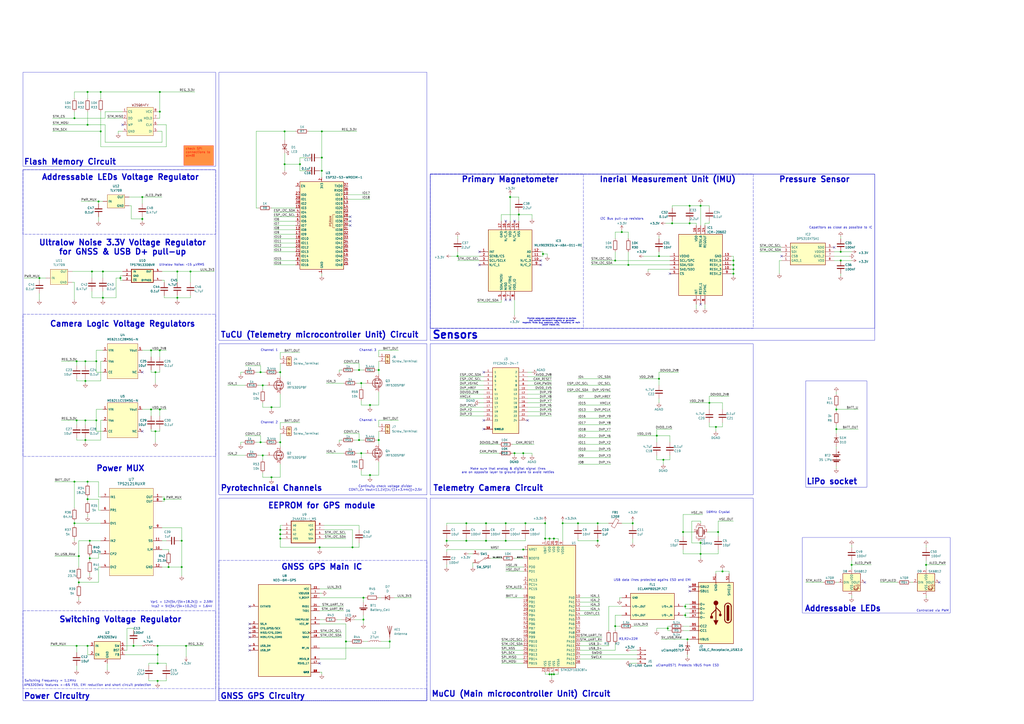
<source format=kicad_sch>
(kicad_sch (version 20231120) (generator "eeschema") (generator_version "8.0")
  (paper "A2")
  (title_block (title "Vertigo Pro - Flight Computer") (date "2024-06-10") (rev "PR1") (company "B-SPACE & Flower Space") (comment 1 "Universal, Proxima Ready Flight Computer") (comment 2 "Designed by Paweł Kwiatkowski - Flower Space 2024"))
  (lib_symbols
    (symbol "+3.3V_1" (power) (pin_names (offset 0))
      (property "Value" "+3.3V_1" (at 0 3.556 0))
      (symbol "+3.3V_1_1_1"
        (pin power_in line (at 0 0 90) (length 0) hide (name "+3.3V") (number "1"))
      )
    )
    (symbol "+3.3V_2" (power) (pin_names (offset 0))
      (property "Value" "+3.3V_2" (at 0 3.556 0))
      (symbol "+3.3V_2_1_1"
        (pin power_in line (at 0 0 90) (length 0) hide (name "+3.3V") (number "1"))
      )
    )
    (symbol "+3.3V_3" (power) (pin_numbers hide) (pin_names (offset 0) hide)
      (property "Value" "+3.3V" (at 0 3.556 0))
      (symbol "+3.3V_3_1_1"
        (pin power_in line (at 0 0 90) (length 0) (name "~") (number "1"))
      )
    )
    (symbol "2024-05-25_13-45-03:TPS2121RUXR" (pin_names (offset 0.254))
      (property "Reference" "U7" (at 0 30.48 0))
      (property "Value" "TPS2121RUXR" (at 0 27.94 0))
      (symbol "TPS2121RUXR_0_1"
        (pin power_in line (at 17.78 20.32 180) (length 5.08) (name "OUT") (number "1"))
        (pin bidirectional line (at 17.78 -10.16 180) (length 5.08) (name "ILM") (number "10"))
        (pin bidirectional line (at 17.78 -5.08 180) (length 5.08) (name "SS") (number "11"))
        (pin power_in line (at 17.78 -20.32 180) (length 5.08) (name "GND") (number "12"))
        (pin power_in line (at -17.78 -5.08 0) (length 5.08) (name "IN2") (number "2"))
        (pin input line (at -17.78 -12.7 0) (length 5.08) (name "CP2") (number "3"))
        (pin input line (at -17.78 -20.32 0) (length 5.08) (name "OV2") (number "4"))
        (pin input line (at -17.78 5.08 0) (length 5.08) (name "OV1") (number "5"))
        (pin input line (at -17.78 12.7 0) (length 5.08) (name "PR1") (number "6"))
        (pin power_in line (at -17.78 20.32 0) (length 5.08) (name "IN1") (number "7"))
        (pin power_in line (at 17.78 17.78 180) (length 5.08) (name "OUT") (number "8"))
        (pin output line (at 17.78 2.54 180) (length 5.08) (name "ST") (number "9"))
      )
    )
    (symbol "24AA32A-I_MS:24AA32A-I_MS" (pin_names (offset 1.016))
      (property "Reference" "U9" (at 0 22.86 0))
      (property "Value" "24AA32A-I_MS" (at 0 20.32 0))
      (symbol "24AA32A-I_MS_0_0"
        (pin bidirectional line (at -17.78 15.24 0) (length 5.08) (name "A0") (number "1"))
        (pin bidirectional line (at -17.78 12.7 0) (length 5.08) (name "A1") (number "2"))
        (pin bidirectional line (at -17.78 10.16 0) (length 5.08) (name "A2") (number "3"))
        (pin power_in line (at -17.78 7.62 0) (length 5.08) (name "VSS") (number "4"))
        (pin bidirectional line (at 6.35 7.62 180) (length 5.08) (name "SDA") (number "5"))
        (pin input line (at 6.35 10.16 180) (length 5.08) (name "SCL") (number "6"))
        (pin input line (at 6.35 12.7 180) (length 5.08) (name "WP") (number "7"))
        (pin power_in line (at 6.35 15.24 180) (length 5.08) (name "VCC") (number "8"))
      )
    )
    (symbol "Connector:Conn_01x04_Male" (pin_names (offset 1.016) hide)
      (property "Reference" "J" (at 0 5.08 0))
      (property "Value" "Conn_01x04_Male" (at 0 -7.62 0))
      (symbol "Conn_01x04_Male_1_1"
        (pin passive line (at 5.08 2.54 180) (length 3.81) (name "Pin_1") (number "1"))
        (pin passive line (at 5.08 0 180) (length 3.81) (name "Pin_2") (number "2"))
        (pin passive line (at 5.08 -2.54 180) (length 3.81) (name "Pin_3") (number "3"))
        (pin passive line (at 5.08 -5.08 180) (length 3.81) (name "Pin_4") (number "4"))
      )
    )
    (symbol "Connector:Screw_Terminal_01x02" (pin_names (offset 1.016) hide)
      (property "Reference" "J" (at 0 2.54 0))
      (property "Value" "Screw_Terminal_01x02" (at 0 -5.08 0))
      (symbol "Screw_Terminal_01x02_1_1"
        (pin passive line (at -5.08 0 0) (length 3.81) (name "Pin_1") (number "1"))
        (pin passive line (at -5.08 -2.54 0) (length 3.81) (name "Pin_2") (number "2"))
      )
    )
    (symbol "Connector:USB_C_Receptacle_USB2.0_16P" (pin_names (offset 1.016))
      (property "Reference" "J" (at 0 22.225 0))
      (property "Value" "USB_C_Receptacle_USB2.0_16P" (at 0 19.685 0))
      (symbol "USB_C_Receptacle_USB2.0_16P_1_1"
        (pin passive line (at 0 -22.86 90) (length 5.08) (name "GND") (number "A1"))
        (pin passive line (at 0 -22.86 90) (length 5.08) hide (name "GND") (number "A12"))
        (pin passive line (at 15.24 15.24 180) (length 5.08) (name "VBUS") (number "A4"))
        (pin bidirectional line (at 15.24 10.16 180) (length 5.08) (name "CC1") (number "A5"))
        (pin bidirectional line (at 15.24 -2.54 180) (length 5.08) (name "D+") (number "A6"))
        (pin bidirectional line (at 15.24 2.54 180) (length 5.08) (name "D-") (number "A7"))
        (pin bidirectional line (at 15.24 -12.7 180) (length 5.08) (name "SBU1") (number "A8"))
        (pin passive line (at 15.24 15.24 180) (length 5.08) hide (name "VBUS") (number "A9"))
        (pin passive line (at 0 -22.86 90) (length 5.08) hide (name "GND") (number "B1"))
        (pin passive line (at 0 -22.86 90) (length 5.08) hide (name "GND") (number "B12"))
        (pin passive line (at 15.24 15.24 180) (length 5.08) hide (name "VBUS") (number "B4"))
        (pin bidirectional line (at 15.24 7.62 180) (length 5.08) (name "CC2") (number "B5"))
        (pin bidirectional line (at 15.24 -5.08 180) (length 5.08) (name "D+") (number "B6"))
        (pin bidirectional line (at 15.24 0 180) (length 5.08) (name "D-") (number "B7"))
        (pin bidirectional line (at 15.24 -15.24 180) (length 5.08) (name "SBU2") (number "B8"))
        (pin passive line (at 15.24 15.24 180) (length 5.08) hide (name "VBUS") (number "B9"))
        (pin passive line (at -7.62 -22.86 90) (length 5.08) (name "SHIELD") (number "S1"))
      )
    )
    (symbol "Device:Antenna" (pin_numbers hide) (pin_names (offset 1.016) hide)
      (property "Reference" "AE" (at -1.905 1.905 0))
      (property "Value" "Antenna" (at -1.905 0 0))
      (symbol "Antenna_1_1"
        (pin input line (at 0 -5.08 90) (length 2.54) (name "A") (number "1"))
      )
    )
    (symbol "Device:Battery" (pin_numbers hide) (pin_names (offset 0) hide)
      (property "Reference" "BT" (at 2.54 2.54 0))
      (property "Value" "Battery" (at 2.54 0 0))
      (symbol "Battery_1_1"
        (pin passive line (at 0 5.08 270) (length 2.54) (name "+") (number "1"))
        (pin passive line (at 0 -5.08 90) (length 2.54) (name "-") (number "2"))
      )
    )
    (symbol "Device:Battery_Cell" (pin_numbers hide) (pin_names (offset 0) hide)
      (property "Reference" "BT" (at 2.54 2.54 0))
      (property "Value" "Battery_Cell" (at 2.54 0 0))
      (symbol "Battery_Cell_1_1"
        (pin passive line (at 0 5.08 270) (length 2.54) (name "+") (number "1"))
        (pin passive line (at 0 -2.54 90) (length 2.54) (name "-") (number "2"))
      )
    )
    (symbol "Device:C" (pin_numbers hide) (pin_names (offset 0.254))
      (property "Reference" "C" (at 0.635 2.54 0))
      (property "Value" "C" (at 0.635 -2.54 0))
      (symbol "C_1_1"
        (pin passive line (at 0 3.81 270) (length 2.794) (name "~") (number "1"))
        (pin passive line (at 0 -3.81 90) (length 2.794) (name "~") (number "2"))
      )
    )
    (symbol "Device:Crystal_GND24" (pin_names (offset 1.016) hide)
      (property "Reference" "Y" (at 3.175 5.08 0))
      (property "Value" "Crystal_GND24" (at 3.175 3.175 0))
      (symbol "Crystal_GND24_1_1"
        (pin passive line (at -3.81 0 0) (length 1.27) (name "1") (number "1"))
        (pin passive line (at 0 5.08 270) (length 1.27) (name "2") (number "2"))
        (pin passive line (at 3.81 0 180) (length 1.27) (name "3") (number "3"))
        (pin passive line (at 0 -5.08 90) (length 1.27) (name "4") (number "4"))
      )
    )
    (symbol "Device:D" (pin_numbers hide) (pin_names (offset 1.016) hide)
      (property "Reference" "D" (at 0 2.54 0))
      (property "Value" "D" (at 0 -2.54 0))
      (symbol "D_1_1"
        (pin passive line (at -3.81 0 0) (length 2.54) (name "K") (number "1"))
        (pin passive line (at 3.81 0 180) (length 2.54) (name "A") (number "2"))
      )
    )
    (symbol "Device:FerriteBead" (pin_numbers hide) (pin_names (offset 0))
      (property "Reference" "FB" (at -3.81 0.635 90))
      (property "Value" "FerriteBead" (at 3.81 0 90))
      (symbol "FerriteBead_1_1"
        (pin passive line (at 0 3.81 270) (length 2.54) (name "~") (number "1"))
        (pin passive line (at 0 -3.81 90) (length 2.54) (name "~") (number "2"))
      )
    )
    (symbol "Device:L" (pin_numbers hide) (pin_names (offset 1.016) hide)
      (property "Reference" "L" (at -1.27 0 90))
      (property "Value" "L" (at 1.905 0 90))
      (symbol "L_1_1"
        (pin passive line (at 0 3.81 270) (length 1.27) (name "1") (number "1"))
        (pin passive line (at 0 -3.81 90) (length 1.27) (name "2") (number "2"))
      )
    )
    (symbol "Device:LED" (pin_numbers hide) (pin_names (offset 1.016) hide)
      (property "Reference" "D" (at 0 2.54 0))
      (property "Value" "LED" (at 0 -2.54 0))
      (symbol "LED_1_1"
        (pin passive line (at -3.81 0 0) (length 2.54) (name "K") (number "1"))
        (pin passive line (at 3.81 0 180) (length 2.54) (name "A") (number "2"))
      )
    )
    (symbol "Device:Q_NMOS_GDS" (pin_names (offset 0) hide)
      (property "Reference" "Q" (at 5.08 1.27 0))
      (property "Value" "Q_NMOS_GDS" (at 5.08 -1.27 0))
      (symbol "Q_NMOS_GDS_1_1"
        (pin input line (at -5.08 0 0) (length 2.54) (name "G") (number "1"))
        (pin passive line (at 2.54 5.08 270) (length 2.54) (name "D") (number "2"))
        (pin passive line (at 2.54 -5.08 90) (length 2.54) (name "S") (number "3"))
      )
    )
    (symbol "Device:R" (pin_numbers hide) (pin_names (offset 0))
      (property "Reference" "R" (at 2.032 0 90))
      (property "Value" "R" (at 0 0 90))
      (symbol "R_1_1"
        (pin passive line (at 0 3.81 270) (length 1.27) (name "~") (number "1"))
        (pin passive line (at 0 -3.81 90) (length 1.27) (name "~") (number "2"))
      )
    )
    (symbol "Diode:PTVS5V0Z1USK" (pin_numbers hide) (pin_names hide)
      (property "Reference" "D" (at 0 2.54 0))
      (property "Value" "PTVS5V0Z1USK" (at 0 -2.54 0))
      (symbol "PTVS5V0Z1USK_1_1"
        (pin passive line (at -3.81 0 0) (length 2.54) (name "K") (number "1"))
        (pin passive line (at 3.81 0 180) (length 2.54) (name "A") (number "2"))
      )
    )
    (symbol "ECLAMP8052P.TCT:ECLAMP8052P.TCT" (pin_names (offset 1.016))
      (property "Reference" "FL1" (at 0 -12.7 0))
      (property "Value" "ECLAMP8052P.TCT" (at 0 -10.16 0))
      (symbol "ECLAMP8052P.TCT_0_0"
        (pin input line (at -17.78 0 0) (length 5.08) (name "I/O+_IN") (number "1"))
        (pin input line (at -17.78 5.08 0) (length 5.08) (name "I/O-_IN") (number "2"))
        (pin power_in line (at 17.78 -5.08 180) (length 5.08) (name "GND") (number "3"))
        (pin output line (at 17.78 0 180) (length 5.08) (name "I/O-_OUT") (number "4"))
        (pin output line (at 17.78 5.08 180) (length 5.08) (name "I/O+_OUT") (number "5"))
      )
    )
    (symbol "FFC2A32-24-T:FFC2A32-24-T" (pin_names (offset 1.016))
      (property "Reference" "J" (at -7.62 18.542 0))
      (property "Value" "FFC2A32-24-T" (at -7.62 -22.86 0))
      (symbol "FFC2A32-24-T_0_0"
        (pin passive line (at -12.7 15.24 0) (length 5.08) (name "1") (number "1"))
        (pin passive line (at 12.7 5.08 180) (length 5.08) (name "10") (number "10"))
        (pin passive line (at -12.7 2.54 0) (length 5.08) (name "11") (number "11"))
        (pin passive line (at 12.7 2.54 180) (length 5.08) (name "12") (number "12"))
        (pin passive line (at -12.7 0 0) (length 5.08) (name "13") (number "13"))
        (pin passive line (at 12.7 0 180) (length 5.08) (name "14") (number "14"))
        (pin passive line (at -12.7 -2.54 0) (length 5.08) (name "15") (number "15"))
        (pin passive line (at 12.7 -2.54 180) (length 5.08) (name "16") (number "16"))
        (pin passive line (at -12.7 -5.08 0) (length 5.08) (name "17") (number "17"))
        (pin passive line (at 12.7 -5.08 180) (length 5.08) (name "18") (number "18"))
        (pin passive line (at -12.7 -7.62 0) (length 5.08) (name "19") (number "19"))
        (pin passive line (at 12.7 15.24 180) (length 5.08) (name "2") (number "2"))
        (pin passive line (at 12.7 -7.62 180) (length 5.08) (name "20") (number "20"))
        (pin passive line (at -12.7 -10.16 0) (length 5.08) (name "21") (number "21"))
        (pin passive line (at 12.7 -10.16 180) (length 5.08) (name "22") (number "22"))
        (pin passive line (at -12.7 -12.7 0) (length 5.08) (name "23") (number "23"))
        (pin passive line (at 12.7 -12.7 180) (length 5.08) (name "24") (number "24"))
        (pin passive line (at -12.7 12.7 0) (length 5.08) (name "3") (number "3"))
        (pin passive line (at 12.7 12.7 180) (length 5.08) (name "4") (number "4"))
        (pin passive line (at -12.7 10.16 0) (length 5.08) (name "5") (number "5"))
        (pin passive line (at 12.7 10.16 180) (length 5.08) (name "6") (number "6"))
        (pin passive line (at -12.7 7.62 0) (length 5.08) (name "7") (number "7"))
        (pin passive line (at 12.7 7.62 180) (length 5.08) (name "8") (number "8"))
        (pin passive line (at -12.7 5.08 0) (length 5.08) (name "9") (number "9"))
        (pin passive line (at -12.7 -17.78 0) (length 5.08) (name "SHIELD") (number "S1"))
        (pin passive line (at -12.7 -17.78 0) (length 5.08) (name "SHIELD") (number "S2"))
        (pin passive line (at -12.7 -17.78 0) (length 5.08) (name "SHIELD") (number "S3"))
        (pin passive line (at -12.7 -17.78 0) (length 5.08) (name "SHIELD") (number "S4"))
      )
    )
    (symbol "GND_1" (power) (pin_numbers hide) (pin_names (offset 0) hide)
      (property "Value" "GND" (at 0 -3.81 0))
      (symbol "GND_1_1_1"
        (pin power_in line (at 0 0 270) (length 0) (name "~") (number "1"))
      )
    )
    (symbol "LED:SK6812" (pin_names (offset 0.254))
      (property "Reference" "D" (at 5.08 5.715 0))
      (property "Value" "SK6812" (at 1.27 -5.715 0))
      (symbol "SK6812_0_0"
        (text "RGB" (at 2.286 -4.191 0) (effects (font (size 0.762 0.762))))
      )
      (symbol "SK6812_1_1"
        (pin power_in line (at 0 -7.62 90) (length 2.54) (name "VSS") (number "1"))
        (pin input line (at -7.62 0 0) (length 2.54) (name "DIN") (number "2"))
        (pin power_in line (at 0 7.62 270) (length 2.54) (name "VDD") (number "3"))
        (pin output line (at 7.62 0 180) (length 2.54) (name "DOUT") (number "4"))
      )
    )
    (symbol "MCU_ST_STM32F1:STM32F103C8Tx"
      (property "Reference" "U" (at -15.24 36.83 0))
      (property "Value" "STM32F103C8Tx" (at 7.62 36.83 0))
      (symbol "STM32F103C8Tx_1_1"
        (pin power_in line (at -5.08 38.1 270) (length 2.54) (name "VBAT") (number "1"))
        (pin bidirectional line (at 15.24 5.08 180) (length 2.54) (name "PA0") (number "10"))
        (pin bidirectional line (at 15.24 2.54 180) (length 2.54) (name "PA1") (number "11"))
        (pin bidirectional line (at 15.24 0 180) (length 2.54) (name "PA2") (number "12"))
        (pin bidirectional line (at 15.24 -2.54 180) (length 2.54) (name "PA3") (number "13"))
        (pin bidirectional line (at 15.24 -5.08 180) (length 2.54) (name "PA4") (number "14"))
        (pin bidirectional line (at 15.24 -7.62 180) (length 2.54) (name "PA5") (number "15"))
        (pin bidirectional line (at 15.24 -10.16 180) (length 2.54) (name "PA6") (number "16"))
        (pin bidirectional line (at 15.24 -12.7 180) (length 2.54) (name "PA7") (number "17"))
        (pin bidirectional line (at -17.78 5.08 0) (length 2.54) (name "PB0") (number "18"))
        (pin bidirectional line (at -17.78 2.54 0) (length 2.54) (name "PB1") (number "19"))
        (pin bidirectional line (at -17.78 15.24 0) (length 2.54) (name "PC13") (number "2"))
        (pin bidirectional line (at -17.78 0 0) (length 2.54) (name "PB2") (number "20"))
        (pin bidirectional line (at -17.78 -20.32 0) (length 2.54) (name "PB10") (number "21"))
        (pin bidirectional line (at -17.78 -22.86 0) (length 2.54) (name "PB11") (number "22"))
        (pin power_in line (at -5.08 -38.1 90) (length 2.54) (name "VSS") (number "23"))
        (pin power_in line (at -2.54 38.1 270) (length 2.54) (name "VDD") (number "24"))
        (pin bidirectional line (at -17.78 -25.4 0) (length 2.54) (name "PB12") (number "25"))
        (pin bidirectional line (at -17.78 -27.94 0) (length 2.54) (name "PB13") (number "26"))
        (pin bidirectional line (at -17.78 -30.48 0) (length 2.54) (name "PB14") (number "27"))
        (pin bidirectional line (at -17.78 -33.02 0) (length 2.54) (name "PB15") (number "28"))
        (pin bidirectional line (at 15.24 -15.24 180) (length 2.54) (name "PA8") (number "29"))
        (pin bidirectional line (at -17.78 12.7 0) (length 2.54) (name "PC14") (number "3"))
        (pin bidirectional line (at 15.24 -17.78 180) (length 2.54) (name "PA9") (number "30"))
        (pin bidirectional line (at 15.24 -20.32 180) (length 2.54) (name "PA10") (number "31"))
        (pin bidirectional line (at 15.24 -22.86 180) (length 2.54) (name "PA11") (number "32"))
        (pin bidirectional line (at 15.24 -25.4 180) (length 2.54) (name "PA12") (number "33"))
        (pin bidirectional line (at 15.24 -27.94 180) (length 2.54) (name "PA13") (number "34"))
        (pin power_in line (at -2.54 -38.1 90) (length 2.54) (name "VSS") (number "35"))
        (pin power_in line (at 0 38.1 270) (length 2.54) (name "VDD") (number "36"))
        (pin bidirectional line (at 15.24 -30.48 180) (length 2.54) (name "PA14") (number "37"))
        (pin bidirectional line (at 15.24 -33.02 180) (length 2.54) (name "PA15") (number "38"))
        (pin bidirectional line (at -17.78 -2.54 0) (length 2.54) (name "PB3") (number "39"))
        (pin bidirectional line (at -17.78 10.16 0) (length 2.54) (name "PC15") (number "4"))
        (pin bidirectional line (at -17.78 -5.08 0) (length 2.54) (name "PB4") (number "40"))
        (pin bidirectional line (at -17.78 -7.62 0) (length 2.54) (name "PB5") (number "41"))
        (pin bidirectional line (at -17.78 -10.16 0) (length 2.54) (name "PB6") (number "42"))
        (pin bidirectional line (at -17.78 -12.7 0) (length 2.54) (name "PB7") (number "43"))
        (pin input line (at -17.78 27.94 0) (length 2.54) (name "BOOT0") (number "44"))
        (pin bidirectional line (at -17.78 -15.24 0) (length 2.54) (name "PB8") (number "45"))
        (pin bidirectional line (at -17.78 -17.78 0) (length 2.54) (name "PB9") (number "46"))
        (pin power_in line (at 0 -38.1 90) (length 2.54) (name "VSS") (number "47"))
        (pin power_in line (at 2.54 38.1 270) (length 2.54) (name "VDD") (number "48"))
        (pin input line (at -17.78 22.86 0) (length 2.54) (name "PD0") (number "5"))
        (pin input line (at -17.78 20.32 0) (length 2.54) (name "PD1") (number "6"))
        (pin input line (at -17.78 33.02 0) (length 2.54) (name "NRST") (number "7"))
        (pin power_in line (at 2.54 -38.1 90) (length 2.54) (name "VSSA") (number "8"))
        (pin power_in line (at 5.08 38.1 270) (length 2.54) (name "VDDA") (number "9"))
      )
    )
    (symbol "NEO-6M-GPS:NEO-6M-GPS" (pin_names (offset 1.016))
      (property "Reference" "U8" (at 0 30.48 0))
      (property "Value" "NEO-6M-GPS" (at 0 27.94 0))
      (symbol "NEO-6M-GPS_0_0"
        (pin power_in line (at 20.32 -25.4 180) (length 5.08) (name "GND") (number "10"))
        (pin input line (at 20.32 -11.43 180) (length 5.08) (name "RF_IN") (number "11"))
        (pin power_in line (at 20.32 -25.4 180) (length 5.08) (name "GND") (number "12"))
        (pin power_in line (at 20.32 -25.4 180) (length 5.08) (name "GND") (number "13"))
        (pin bidirectional line (at -20.32 -5.08 0) (length 5.08) (name "MOSI/CFG_COM0") (number "14"))
        (pin input line (at -20.32 -2.54 0) (length 5.08) (name "MISO/CFG_COM1") (number "15"))
        (pin input line (at -20.32 0 0) (length 5.08) (name "CFG_GPS0/SCK") (number "16"))
        (pin passive line (at 20.32 -20.32 180) (length 5.08) (name "RSVD_17") (number "17"))
        (pin bidirectional line (at 20.32 -5.08 180) (length 5.08) (name "SDA2") (number "18"))
        (pin bidirectional clock (at 20.32 -2.54 180) (length 5.08) (name "SCL2") (number "19"))
        (pin input line (at -20.32 2.54 0) (length 5.08) (name "SS_N") (number "2"))
        (pin output line (at 20.32 10.16 180) (length 5.08) (name "TXD1") (number "20"))
        (pin input line (at 20.32 12.7 180) (length 5.08) (name "RXD1") (number "21"))
        (pin power_in line (at 20.32 17.78 180) (length 5.08) (name "V_BCKP") (number "22"))
        (pin power_in line (at 20.32 22.86 180) (length 5.08) (name "VCC") (number "23"))
        (pin power_in line (at 20.32 -25.4 180) (length 5.08) (name "GND") (number "24"))
        (pin output line (at 20.32 5.08 180) (length 5.08) (name "TIMEPULSE") (number "3"))
        (pin input line (at -20.32 12.7 0) (length 5.08) (name "EXTINT0") (number "4"))
        (pin bidirectional line (at -20.32 -10.16 0) (length 5.08) (name "USB_DM") (number "5"))
        (pin bidirectional line (at -20.32 -12.7 0) (length 5.08) (name "USB_DP") (number "6"))
        (pin power_in line (at 20.32 20.32 180) (length 5.08) (name "VDDUSB") (number "7"))
        (pin passive line (at 20.32 -17.78 180) (length 5.08) (name "RSVD_8") (number "8"))
        (pin output line (at 20.32 2.54 180) (length 5.08) (name "VCC_RF") (number "9"))
      )
    )
    (symbol "RF_Module:ESP32-S3-WROOM-1"
      (property "Reference" "U" (at -12.7 26.67 0))
      (property "Value" "ESP32-S3-WROOM-1" (at 12.7 26.67 0))
      (symbol "ESP32-S3-WROOM-1_0_0"
        (text "PSRAM" (at 5.08 2.54 900) (effects (font (size 1.27 1.27))))
      )
      (symbol "ESP32-S3-WROOM-1_1_1"
        (pin power_in line (at 0 -27.94 90) (length 2.54) (name "GND") (number "1"))
        (pin bidirectional line (at 15.24 17.78 180) (length 2.54) (name "IO17") (number "10"))
        (pin bidirectional line (at 15.24 15.24 180) (length 2.54) (name "IO18") (number "11"))
        (pin bidirectional line (at -15.24 -2.54 0) (length 2.54) (name "IO8") (number "12"))
        (pin bidirectional line (at 15.24 12.7 180) (length 2.54) (name "IO19") (number "13"))
        (pin bidirectional line (at 15.24 10.16 180) (length 2.54) (name "IO20") (number "14"))
        (pin bidirectional line (at -15.24 10.16 0) (length 2.54) (name "IO3") (number "15"))
        (pin bidirectional line (at 15.24 -17.78 180) (length 2.54) (name "IO46") (number "16"))
        (pin bidirectional line (at -15.24 -5.08 0) (length 2.54) (name "IO9") (number "17"))
        (pin bidirectional line (at -15.24 -7.62 0) (length 2.54) (name "IO10") (number "18"))
        (pin bidirectional line (at -15.24 -10.16 0) (length 2.54) (name "IO11") (number "19"))
        (pin power_in line (at 0 27.94 270) (length 2.54) (name "3V3") (number "2"))
        (pin bidirectional line (at -15.24 -12.7 0) (length 2.54) (name "IO12") (number "20"))
        (pin bidirectional line (at -15.24 -15.24 0) (length 2.54) (name "IO13") (number "21"))
        (pin bidirectional line (at -15.24 -17.78 0) (length 2.54) (name "IO14") (number "22"))
        (pin bidirectional line (at 15.24 7.62 180) (length 2.54) (name "IO21") (number "23"))
        (pin bidirectional line (at 15.24 -20.32 180) (length 2.54) (name "IO47") (number "24"))
        (pin bidirectional line (at 15.24 -22.86 180) (length 2.54) (name "IO48") (number "25"))
        (pin bidirectional line (at 15.24 -15.24 180) (length 2.54) (name "IO45") (number "26"))
        (pin bidirectional line (at -15.24 17.78 0) (length 2.54) (name "IO0") (number "27"))
        (pin bidirectional line (at 15.24 5.08 180) (length 2.54) (name "IO35") (number "28"))
        (pin bidirectional line (at 15.24 2.54 180) (length 2.54) (name "IO36") (number "29"))
        (pin input line (at -15.24 22.86 0) (length 2.54) (name "EN") (number "3"))
        (pin bidirectional line (at 15.24 0 180) (length 2.54) (name "IO37") (number "30"))
        (pin bidirectional line (at 15.24 -2.54 180) (length 2.54) (name "IO38") (number "31"))
        (pin bidirectional line (at 15.24 -5.08 180) (length 2.54) (name "IO39") (number "32"))
        (pin bidirectional line (at 15.24 -7.62 180) (length 2.54) (name "IO40") (number "33"))
        (pin bidirectional line (at 15.24 -10.16 180) (length 2.54) (name "IO41") (number "34"))
        (pin bidirectional line (at 15.24 -12.7 180) (length 2.54) (name "IO42") (number "35"))
        (pin bidirectional line (at 15.24 20.32 180) (length 2.54) (name "RXD0") (number "36"))
        (pin bidirectional line (at 15.24 22.86 180) (length 2.54) (name "TXD0") (number "37"))
        (pin bidirectional line (at -15.24 12.7 0) (length 2.54) (name "IO2") (number "38"))
        (pin bidirectional line (at -15.24 15.24 0) (length 2.54) (name "IO1") (number "39"))
        (pin bidirectional line (at -15.24 7.62 0) (length 2.54) (name "IO4") (number "4"))
        (pin passive line (at 0 -27.94 90) (length 2.54) hide (name "GND") (number "40"))
        (pin passive line (at 0 -27.94 90) (length 2.54) hide (name "GND") (number "41"))
        (pin bidirectional line (at -15.24 5.08 0) (length 2.54) (name "IO5") (number "5"))
        (pin bidirectional line (at -15.24 2.54 0) (length 2.54) (name "IO6") (number "6"))
        (pin bidirectional line (at -15.24 0 0) (length 2.54) (name "IO7") (number "7"))
        (pin bidirectional line (at -15.24 -20.32 0) (length 2.54) (name "IO15") (number "8"))
        (pin bidirectional line (at -15.24 -22.86 0) (length 2.54) (name "IO16") (number "9"))
      )
    )
    (symbol "Regulator_Switching:AP63203WU"
      (property "Reference" "U" (at -7.62 6.35 0))
      (property "Value" "AP63203WU" (at 2.54 6.35 0))
      (symbol "AP63203WU_1_1"
        (pin input line (at 10.16 -2.54 180) (length 2.54) (name "FB") (number "1"))
        (pin input line (at -10.16 -2.54 0) (length 2.54) (name "EN") (number "2"))
        (pin power_in line (at -10.16 2.54 0) (length 2.54) (name "IN") (number "3"))
        (pin power_in line (at 0 -7.62 90) (length 2.54) (name "GND") (number "4"))
        (pin output line (at 10.16 2.54 180) (length 2.54) (name "SW") (number "5"))
        (pin passive line (at 10.16 0 180) (length 2.54) (name "BST") (number "6"))
      )
    )
    (symbol "SamacSys_Parts:DPS310XTSA1"
      (property "Reference" "IC" (at 26.67 7.62 0))
      (property "Value" "DPS310XTSA1" (at 26.67 5.08 0))
      (symbol "DPS310XTSA1_1_1"
        (pin passive line (at 0 -7.62 0) (length 5.08) (name "GND_1") (number "1"))
        (pin passive line (at 0 -5.08 0) (length 5.08) (name "CSB") (number "2"))
        (pin passive line (at 0 -2.54 0) (length 5.08) (name "SDI") (number "3"))
        (pin passive line (at 0 0 0) (length 5.08) (name "SCK") (number "4"))
        (pin passive line (at 30.48 0 180) (length 5.08) (name "SDO") (number "5"))
        (pin passive line (at 30.48 -2.54 180) (length 5.08) (name "VDDIO") (number "6"))
        (pin passive line (at 30.48 -5.08 180) (length 5.08) (name "GND_2") (number "7"))
        (pin passive line (at 30.48 -7.62 180) (length 5.08) (name "VDD") (number "8"))
      )
    )
    (symbol "SamacSys_Parts:ICM-20602"
      (property "Reference" "IC" (at 31.75 17.78 0))
      (property "Value" "ICM-20602" (at 31.75 15.24 0))
      (symbol "ICM-20602_1_1"
        (pin passive line (at 0 0 0) (length 5.08) (name "VDDIO") (number "1"))
        (pin passive line (at 35.56 -7.62 180) (length 5.08) (name "RESV_3") (number "10"))
        (pin passive line (at 35.56 -5.08 180) (length 5.08) (name "RESV_4") (number "11"))
        (pin passive line (at 35.56 -2.54 180) (length 5.08) (name "RESV_5") (number "12"))
        (pin passive line (at 35.56 0 180) (length 5.08) (name "GND") (number "13"))
        (pin passive line (at 20.32 17.78 270) (length 5.08) (name "REGOUT") (number "14"))
        (pin passive line (at 17.78 17.78 270) (length 5.08) (name "RESV_6") (number "15"))
        (pin passive line (at 15.24 17.78 270) (length 5.08) (name "VDD") (number "16"))
        (pin passive line (at 0 -2.54 0) (length 5.08) (name "SCL/SPC") (number "2"))
        (pin passive line (at 0 -5.08 0) (length 5.08) (name "SDA/SDI") (number "3"))
        (pin passive line (at 0 -7.62 0) (length 5.08) (name "SA0/SDO") (number "4"))
        (pin passive line (at 0 -10.16 0) (length 5.08) (name "CS") (number "5"))
        (pin passive line (at 15.24 -27.94 90) (length 5.08) (name "INT") (number "6"))
        (pin passive line (at 17.78 -27.94 90) (length 5.08) (name "RESV_1") (number "7"))
        (pin passive line (at 20.32 -27.94 90) (length 5.08) (name "FSYNC") (number "8"))
        (pin passive line (at 35.56 -10.16 180) (length 5.08) (name "RESV_2") (number "9"))
      )
    )
    (symbol "SamacSys_Parts:MLX90393SLW-ABA-011-RE"
      (property "Reference" "IC" (at 31.75 17.78 0))
      (property "Value" "MLX90393SLW-ABA-011-RE" (at 31.75 15.24 0))
      (symbol "MLX90393SLW-ABA-011-RE_1_1"
        (pin passive line (at 0 0 0) (length 5.08) (name "INT") (number "1"))
        (pin passive line (at 35.56 -5.08 180) (length 5.08) (name "N/C_3") (number "10"))
        (pin passive line (at 35.56 -2.54 180) (length 5.08) (name "A1") (number "11"))
        (pin passive line (at 35.56 0 180) (length 5.08) (name "A0") (number "12"))
        (pin passive line (at 22.86 17.78 270) (length 5.08) (name "VSS") (number "13"))
        (pin passive line (at 20.32 17.78 270) (length 5.08) (name "N/C_4") (number "14"))
        (pin passive line (at 17.78 17.78 270) (length 5.08) (name "VDD") (number "15"))
        (pin passive line (at 15.24 17.78 270) (length 5.08) (name "N/C_5") (number "16"))
        (pin passive line (at 12.7 17.78 270) (length 5.08) (name "GND") (number "17"))
        (pin passive line (at 0 -2.54 0) (length 5.08) (name "SENB/CS") (number "2"))
        (pin passive line (at 0 -5.08 0) (length 5.08) (name "SCL/SCLK") (number "3"))
        (pin passive line (at 0 -7.62 0) (length 5.08) (name "N/C_1") (number "4"))
        (pin passive line (at 12.7 -27.94 90) (length 5.08) (name "SDA/MOSI") (number "5"))
        (pin passive line (at 15.24 -27.94 90) (length 5.08) (name "MISO") (number "6"))
        (pin passive line (at 17.78 -27.94 90) (length 5.08) (name "INT/TRIG") (number "7"))
        (pin passive line (at 20.32 -27.94 90) (length 5.08) (name "VDD_IO") (number "8"))
        (pin passive line (at 35.56 -7.62 180) (length 5.08) (name "N/C_2") (number "9"))
      )
    )
    (symbol "Switch:SW_SPDT" (pin_names (offset 0) hide)
      (property "Reference" "SW" (at 0 4.318 0))
      (property "Value" "SW_SPDT" (at 0 -5.08 0))
      (symbol "SW_SPDT_1_1"
        (pin passive line (at 5.08 2.54 180) (length 2.54) (name "A") (number "1"))
        (pin passive line (at -5.08 0 0) (length 2.54) (name "B") (number "2"))
        (pin passive line (at 5.08 -2.54 180) (length 2.54) (name "C") (number "3"))
      )
    )
    (symbol "TLV709_1"
      (property "Reference" "U11" (at 1.27 7.62 0))
      (property "Value" "TLV709" (at 1.27 5.08 0))
      (symbol "TLV709_1_1_1"
        (pin output line (at 8.89 -3.81 180) (length 2.54) (name "GND") (number ""))
        (pin input line (at -6.35 -1.27 0) (length 2.54) (name "IN") (number ""))
        (pin output line (at 8.89 2.54 180) (length 2.54) (name "OUT") (number ""))
      )
    )
    (symbol "TPS79133DBVR:TPS79133DBVR" (pin_names (offset 1.016))
      (property "Reference" "U10" (at -6.35 13.716 0))
      (property "Value" "TPS79133DBVR" (at -6.35 11.684 0))
      (symbol "TPS79133DBVR_0_0"
        (pin input line (at -17.78 8.89 0) (length 5.08) (name "IN") (number "1"))
        (pin power_in line (at -17.78 6.35 0) (length 5.08) (name "GND") (number "2"))
        (pin input line (at -17.78 3.81 0) (length 5.08) (name "~{EN}") (number "3"))
        (pin input line (at 5.08 3.81 180) (length 5.08) (name "BYPASS") (number "4"))
        (pin output line (at 5.08 8.89 180) (length 5.08) (name "OUT") (number "5"))
      )
    )
    (symbol "Vertigo KiCad libraries:ME6211C28M5G-N"
      (property "Reference" "U" (at 0 0 0))
      (symbol "ME6211C28M5G-N_1_1"
        (pin input line (at -11.43 5.08 0) (length 2.54) (name "VIN") (number "1"))
        (pin input line (at -11.43 -1.27 0) (length 2.54) (name "Vss") (number "2"))
        (pin input line (at -11.43 -7.62 0) (length 2.54) (name "CE") (number "3"))
        (pin output line (at 11.43 -7.62 180) (length 2.54) (name "NC") (number "4"))
        (pin output line (at 11.43 5.08 180) (length 2.54) (name "Vout") (number "5"))
      )
    )
    (symbol "Vertigo KiCad libraries:TLV709"
      (property "Reference" "U11" (at 1.27 6.35 0))
      (property "Value" "~" (at 1.27 3.81 0))
      (symbol "TLV709_1_1"
        (pin output line (at 8.89 -3.81 180) (length 2.54) (name "GND") (number ""))
        (pin input line (at -6.35 -1.27 0) (length 2.54) (name "IN") (number ""))
        (pin output line (at 8.89 1.27 180) (length 2.54) (name "OUT") (number ""))
      )
    )
    (symbol "Vertigo KiCad libraries:w25q64fv"
      (property "Reference" "U" (at -0.254 -0.508 0))
      (property "Value" "~" (at 0 8.89 0))
      (symbol "w25q64fv_1_1"
        (text "W25Q64FV" (at 0 8.89 0) (effects (font (size 1.27 1.27))))
        (pin output line (at -10.16 5.08 0) (length 2.54) (name "CS") (number "1"))
        (pin output line (at -10.16 1.27 0) (length 2.54) (name "DO") (number "2"))
        (pin output line (at -10.16 -2.54 0) (length 2.54) (name "WP") (number "3"))
        (pin output line (at -10.16 -6.35 0) (length 2.54) (name "GND") (number "4"))
        (pin output line (at 10.16 -6.35 180) (length 2.54) (name "DI") (number "5"))
        (pin output line (at 10.16 -2.54 180) (length 2.54) (name "CLK") (number "6"))
        (pin output line (at 10.16 1.27 180) (length 2.54) (name "HOLD") (number "7"))
        (pin output line (at 10.16 5.08 180) (length 2.54) (name "VCC") (number "8"))
      )
    )
    (symbol "power:+3.3V" (power) (pin_names (offset 0))
      (property "Value" "+3.3V" (at 0 3.556 0))
      (symbol "+3.3V_1_1"
        (pin power_in line (at 0 0 90) (length 0) hide (name "+3.3V") (number "1"))
      )
    )
    (symbol "power:+3.3VA" (power) (pin_names (offset 0))
      (property "Value" "+3.3VA" (at 0 3.556 0))
      (symbol "+3.3VA_1_1"
        (pin power_in line (at 0 0 90) (length 0) hide (name "+3.3VA") (number "1"))
      )
    )
    (symbol "power:GND" (power) (pin_names (offset 0))
      (property "Value" "GND" (at 0 -3.81 0))
      (symbol "GND_1_1"
        (pin power_in line (at 0 0 270) (length 0) hide (name "GND") (number "1"))
      )
    )
  )
  (junction (at 162.56 309.88))
  (junction (at 77.47 374.65))
  (junction (at 398.78 370.84))
  (junction (at 335.28 303.53))
  (junction (at 219.71 255.27))
  (junction (at 265.43 148.59))
  (junction (at 90.17 215.9))
  (junction (at 425.45 156.21))
  (junction (at 397.51 351.79))
  (junction (at 356.87 363.22))
  (junction (at 303.53 262.89))
  (junction (at 320.04 391.16))
  (junction (at 419.1 331.47))
  (junction (at 92.71 64.77))
  (junction (at 91.44 384.81))
  (junction (at 152.4 223.52))
  (junction (at 173.99 95.25))
  (junction (at 406.4 321.31))
  (junction (at 293.37 303.53))
  (junction (at 219.71 214.63))
  (junction (at 293.37 313.69))
  (junction (at 295.91 114.3))
  (junction (at 400.05 119.38))
  (junction (at 44.45 209.55))
  (junction (at 22.86 161.29))
  (junction (at 326.39 303.53))
  (junction (at 360.68 134.62))
  (junction (at 416.56 308.61))
  (junction (at 364.49 153.67))
  (junction (at 59.69 157.48))
  (junction (at 91.44 379.73))
  (junction (at 316.23 312.42))
  (junction (at 281.94 303.53))
  (junction (at 52.07 313.69))
  (junction (at 367.03 303.53))
  (junction (at 382.27 219.71))
  (junction (at 210.82 359.41))
  (junction (at 415.29 247.65))
  (junction (at 425.45 151.13))
  (junction (at 52.07 323.85))
  (junction (at 208.28 255.27))
  (junction (at 298.45 262.89))
  (junction (at 90.17 250.19))
  (junction (at 50.8 289.56))
  (junction (at 157.48 236.22))
  (junction (at 209.55 262.89))
  (junction (at 387.35 364.49))
  (junction (at 270.51 313.69))
  (junction (at 304.8 303.53))
  (junction (at 321.31 312.42))
  (junction (at 485.14 237.49))
  (junction (at 397.51 356.87))
  (junction (at 50.8 279.4))
  (junction (at 487.68 146.05))
  (junction (at 43.18 279.4))
  (junction (at 270.51 303.53))
  (junction (at 485.14 248.92))
  (junction (at 162.56 256.54))
  (junction (at 50.8 374.65))
  (junction (at 91.44 374.65))
  (junction (at 82.55 114.3))
  (junction (at 346.71 313.69))
  (junction (at 204.47 317.5))
  (junction (at 59.69 172.72))
  (junction (at 92.71 237.49))
  (junction (at 55.88 209.55))
  (junction (at 87.63 203.2))
  (junction (at 44.45 243.84))
  (junction (at 50.8 72.39))
  (junction (at 384.81 266.7))
  (junction (at 151.13 256.54))
  (junction (at 92.71 53.34))
  (junction (at 346.71 303.53))
  (junction (at 107.95 374.65))
  (junction (at 487.68 151.13))
  (junction (at 95.25 289.56))
  (junction (at 50.8 53.34))
  (junction (at 356.87 151.13))
  (junction (at 162.56 312.42))
  (junction (at 49.53 220.98))
  (junction (at 318.77 391.16))
  (junction (at 406.4 119.38))
  (junction (at 389.89 129.54))
  (junction (at 209.55 222.25))
  (junction (at 69.85 161.29))
  (junction (at 105.41 328.93))
  (junction (at 157.48 276.86))
  (junction (at 49.53 209.55))
  (junction (at 321.31 391.16))
  (junction (at 425.45 153.67))
  (junction (at 186.69 99.06))
  (junction (at 43.18 68.58))
  (junction (at 152.4 264.16))
  (junction (at 318.77 312.42))
  (junction (at 165.1 95.25))
  (junction (at 200.66 372.11))
  (junction (at 494.03 327.66))
  (junction (at 97.79 328.93))
  (junction (at 214.63 234.95))
  (junction (at 162.56 307.34))
  (junction (at 105.41 313.69))
  (junction (at 300.99 124.46))
  (junction (at 425.45 158.75))
  (junction (at 151.13 215.9))
  (junction (at 102.87 172.72))
  (junction (at 186.69 76.2))
  (junction (at 185.42 317.5))
  (junction (at 44.45 374.65))
  (junction (at 45.72 337.82))
  (junction (at 87.63 237.49))
  (junction (at 49.53 255.27))
  (junction (at 406.4 314.96))
  (junction (at 186.69 91.44))
  (junction (at 281.94 313.69))
  (junction (at 92.71 203.2))
  (junction (at 57.15 116.84))
  (junction (at 396.24 308.61))
  (junction (at 45.72 322.58))
  (junction (at 102.87 157.48))
  (junction (at 91.44 394.97))
  (junction (at 214.63 275.59))
  (junction (at 58.42 76.2))
  (junction (at 58.42 53.34))
  (junction (at 400.05 129.54))
  (junction (at 43.18 303.53))
  (junction (at 314.96 147.32))
  (junction (at 110.49 157.48))
  (junction (at 165.1 76.2))
  (junction (at 226.06 372.11))
  (junction (at 381 252.73))
  (junction (at 537.21 327.66))
  (junction (at 303.53 318.77))
  (junction (at 411.48 233.68))
  (junction (at 382.27 148.59))
  (junction (at 208.28 214.63))
  (junction (at 210.82 346.71))
  (junction (at 162.56 215.9))
  (junction (at 259.08 313.69))
  (junction (at 53.34 157.48))
  (junction (at 55.88 243.84))
  (junction (at 316.23 303.53))
  (junction (at 82.55 127))
  (junction (at 49.53 243.84))
  (no_connect (at 144.78 351.79))
  (no_connect (at 406.4 176.53))
  (no_connect (at 306.07 243.84))
  (no_connect (at 544.83 337.82))
  (no_connect (at 144.78 369.57))
  (no_connect (at 293.37 173.99))
  (no_connect (at 278.13 153.67))
  (no_connect (at 144.78 361.95))
  (no_connect (at 82.55 250.19))
  (no_connect (at 298.45 128.27))
  (no_connect (at 203.2 128.27))
  (no_connect (at 453.39 148.59))
  (no_connect (at 144.78 374.65))
  (no_connect (at 295.91 173.99))
  (no_connect (at 144.78 364.49))
  (no_connect (at 185.42 384.81))
  (no_connect (at 144.78 367.03))
  (no_connect (at 278.13 146.05))
  (no_connect (at 280.67 248.92))
  (no_connect (at 293.37 128.27))
  (no_connect (at 82.55 215.9))
  (no_connect (at 313.69 151.13))
  (no_connect (at 501.65 337.82))
  (no_connect (at 144.78 377.19))
  (no_connect (at 400.05 342.9))
  (no_connect (at 280.67 243.84))
  (no_connect (at 483.87 143.51))
  (no_connect (at 388.62 158.75))
  (no_connect (at 203.2 130.81))
  (no_connect (at 400.05 340.36))
  (no_connect (at 280.67 215.9))
  (no_connect (at 313.69 153.67))
  (no_connect (at 71.12 72.39))
  (no_connect (at 203.2 125.73))
  (wire (pts (xy 82.55 114.3) (xy 74.93 114.3)))
  (wire (pts (xy 50.8 290.83) (xy 50.8 289.56)))
  (wire (pts (xy 411.48 233.68) (xy 419.1 233.68)))
  (wire (pts (xy 92.71 250.19) (xy 92.71 248.92)))
  (wire (pts (xy 95.25 289.56) (xy 105.41 289.56)))
  (wire (pts (xy 346.71 312.42) (xy 346.71 313.69)))
  (wire (pts (xy 96.52 394.97) (xy 96.52 393.7)))
  (wire (pts (xy 72.39 379.73) (xy 91.44 379.73)))
  (wire (pts (xy 401.32 302.26) (xy 401.32 314.96)))
  (wire (pts (xy 95.25 288.29) (xy 93.98 288.29)))
  (wire (pts (xy 107.95 374.65) (xy 118.11 374.65)))
  (wire (pts (xy 57.15 288.29) (xy 58.42 288.29)))
  (wire (pts (xy 400.05 233.68) (xy 411.48 233.68)))
  (wire (pts (xy 281.94 303.53) (xy 281.94 304.8)))
  (wire (pts (xy 364.49 146.05) (xy 364.49 153.67)))
  (wire (pts (xy 93.98 82.55) (xy 93.98 76.2)))
  (wire (pts (xy 208.28 214.63) (xy 210.82 214.63)))
  (wire (pts (xy 266.7 241.3) (xy 280.67 241.3)))
  (wire (pts (xy 173.99 95.25) (xy 173.99 91.44)))
  (wire (pts (xy 384.81 266.7) (xy 384.81 269.24)))
  (wire (pts (xy 485.14 237.49) (xy 497.84 237.49)))
  (wire (pts (xy 336.55 346.71) (xy 347.98 346.71)))
  (wire (pts (xy 92.71 64.77) (xy 92.71 53.34)))
  (wire (pts (xy 132.08 223.52) (xy 142.24 223.52)))
  (wire (pts (xy 59.69 209.55) (xy 58.42 209.55)))
  (wire (pts (xy 406.4 321.31) (xy 416.56 321.31)))
  (wire (pts (xy 92.71 203.2) (xy 96.52 203.2)))
  (wire (pts (xy 485.14 237.49) (xy 485.14 238.76)))
  (wire (pts (xy 494.03 327.66) (xy 505.46 327.66)))
  (wire (pts (xy 259.08 313.69) (xy 259.08 314.96)))
  (wire (pts (xy 367.03 312.42) (xy 367.03 314.96)))
  (wire (pts (xy 31.75 322.58) (xy 45.72 322.58)))
  (wire (pts (xy 52.07 322.58) (xy 52.07 323.85)))
  (wire (pts (xy 186.69 99.06) (xy 186.69 91.44)))
  (wire (pts (xy 494.03 151.13) (xy 487.68 151.13)))
  (wire (pts (xy 165.1 76.2) (xy 171.45 76.2)))
  (wire (pts (xy 207.01 262.89) (xy 209.55 262.89)))
  (wire (pts (xy 419.1 233.68) (xy 419.1 237.49)))
  (wire (pts (xy 537.21 327.66) (xy 548.64 327.66)))
  (wire (pts (xy 57.15 328.93) (xy 57.15 337.82)))
  (wire (pts (xy 102.87 172.72) (xy 110.49 172.72)))
  (wire (pts (xy 58.42 64.77) (xy 58.42 76.2)))
  (wire (pts (xy 316.23 389.89) (xy 316.23 391.16)))
  (wire (pts (xy 425.45 160.02) (xy 425.45 158.75)))
  (wire (pts (xy 452.12 151.13) (xy 453.39 151.13)))
  (wire (pts (xy 162.56 245.11) (xy 173.99 245.11)))
  (wire (pts (xy 406.4 119.38) (xy 411.48 119.38)))
  (wire (pts (xy 82.55 203.2) (xy 87.63 203.2)))
  (wire (pts (xy 219.71 209.55) (xy 219.71 214.63)))
  (wire (pts (xy 91.44 379.73) (xy 91.44 384.81)))
  (wire (pts (xy 186.69 76.2) (xy 207.01 76.2)))
  (wire (pts (xy 219.71 214.63) (xy 219.71 217.17)))
  (wire (pts (xy 185.42 346.71) (xy 210.82 346.71)))
  (wire (pts (xy 93.98 157.48) (xy 102.87 157.48)))
  (wire (pts (xy 92.71 53.34) (xy 113.03 53.34)))
  (wire (pts (xy 293.37 313.69) (xy 293.37 312.42)))
  (wire (pts (xy 43.18 303.53) (xy 58.42 303.53)))
  (wire (pts (xy 50.8 374.65) (xy 50.8 379.73)))
  (wire (pts (xy 44.45 254) (xy 44.45 255.27)))
  (wire (pts (xy 278.13 262.89) (xy 289.56 262.89)))
  (wire (pts (xy 151.13 215.9) (xy 151.13 212.09)))
  (wire (pts (xy 388.62 252.73) (xy 388.62 256.54)))
  (wire (pts (xy 69.85 160.02) (xy 69.85 161.29)))
  (wire (pts (xy 210.82 361.95) (xy 210.82 359.41)))
  (wire (pts (xy 316.23 302.26) (xy 316.23 303.53)))
  (wire (pts (xy 102.87 171.45) (xy 102.87 172.72)))
  (wire (pts (xy 50.8 53.34) (xy 50.8 57.15)))
  (wire (pts (xy 406.4 314.96) (xy 406.4 321.31)))
  (wire (pts (xy 52.07 313.69) (xy 52.07 314.96)))
  (wire (pts (xy 207.01 222.25) (xy 209.55 222.25)))
  (wire (pts (xy 293.37 313.69) (xy 304.8 313.69)))
  (wire (pts (xy 290.83 372.11) (xy 303.53 372.11)))
  (wire (pts (xy 44.45 243.84) (xy 44.45 246.38)))
  (wire (pts (xy 346.71 313.69) (xy 346.71 314.96)))
  (wire (pts (xy 400.05 350.52) (xy 397.51 350.52)))
  (wire (pts (xy 467.36 337.82) (xy 477.52 337.82)))
  (wire (pts (xy 158.75 143.51) (xy 171.45 143.51)))
  (wire (pts (xy 157.48 237.49) (xy 157.48 236.22)))
  (wire (pts (xy 162.56 236.22) (xy 157.48 236.22)))
  (wire (pts (xy 44.45 209.55) (xy 44.45 212.09)))
  (wire (pts (xy 373.38 148.59) (xy 382.27 148.59)))
  (wire (pts (xy 321.31 312.42) (xy 323.85 312.42)))
  (wire (pts (xy 57.15 328.93) (xy 58.42 328.93)))
  (wire (pts (xy 139.7 215.9) (xy 140.97 215.9)))
  (wire (pts (xy 440.69 146.05) (xy 453.39 146.05)))
  (wire (pts (xy 406.4 321.31) (xy 406.4 323.85)))
  (wire (pts (xy 403.86 130.81) (xy 403.86 129.54)))
  (wire (pts (xy 487.68 146.05) (xy 483.87 146.05)))
  (wire (pts (xy 57.15 118.11) (xy 57.15 116.84)))
  (wire (pts (xy 265.43 151.13) (xy 278.13 151.13)))
  (wire (pts (xy 55.88 237.49) (xy 55.88 243.84)))
  (wire (pts (xy 400.05 119.38) (xy 400.05 120.65)))
  (wire (pts (xy 50.8 289.56) (xy 57.15 289.56)))
  (wire (pts (xy 97.79 320.04) (xy 97.79 318.77)))
  (wire (pts (xy 208.28 317.5) (xy 204.47 317.5)))
  (wire (pts (xy 304.8 313.69) (xy 304.8 312.42)))
  (wire (pts (xy 92.71 64.77) (xy 92.71 68.58)))
  (wire (pts (xy 266.7 231.14) (xy 280.67 231.14)))
  (wire (pts (xy 165.1 99.06) (xy 165.1 95.25)))
  (wire (pts (xy 335.28 265.43) (xy 354.33 265.43)))
  (wire (pts (xy 76.2 127) (xy 82.55 127)))
  (wire (pts (xy 346.71 303.53) (xy 353.06 303.53)))
  (wire (pts (xy 95.25 172.72) (xy 95.25 171.45)))
  (wire (pts (xy 304.8 303.53) (xy 304.8 304.8)))
  (wire (pts (xy 425.45 151.13) (xy 425.45 148.59)))
  (wire (pts (xy 50.8 72.39) (xy 60.96 72.39)))
  (wire (pts (xy 185.42 382.27) (xy 200.66 382.27)))
  (wire (pts (xy 306.07 223.52) (xy 320.04 223.52)))
  (wire (pts (xy 162.56 204.47) (xy 162.56 208.28)))
  (wire (pts (xy 45.72 328.93) (xy 45.72 322.58)))
  (wire (pts (xy 314.96 146.05) (xy 314.96 147.32)))
  (wire (pts (xy 416.56 308.61) (xy 416.56 302.26)))
  (wire (pts (xy 95.25 162.56) (xy 93.98 162.56)))
  (wire (pts (xy 185.42 341.63) (xy 198.12 341.63)))
  (wire (pts (xy 43.18 68.58) (xy 60.96 68.58)))
  (wire (pts (xy 87.63 215.9) (xy 90.17 215.9)))
  (wire (pts (xy 278.13 233.68) (xy 280.67 233.68)))
  (wire (pts (xy 397.51 353.06) (xy 400.05 353.06)))
  (wire (pts (xy 69.85 161.29) (xy 67.31 161.29)))
  (wire (pts (xy 318.77 312.42) (xy 321.31 312.42)))
  (wire (pts (xy 401.32 314.96) (xy 406.4 314.96)))
  (wire (pts (xy 44.45 388.62) (xy 44.45 386.08)))
  (wire (pts (xy 323.85 391.16) (xy 321.31 391.16)))
  (wire (pts (xy 45.72 347.98) (xy 45.72 346.71)))
  (wire (pts (xy 321.31 312.42) (xy 321.31 313.69)))
  (wire (pts (xy 196.85 255.27) (xy 196.85 256.54)))
  (wire (pts (xy 353.06 373.38) (xy 353.06 374.65)))
  (wire (pts (xy 208.28 251.46) (xy 199.39 251.46)))
  (wire (pts (xy 187.96 309.88) (xy 200.66 309.88)))
  (wire (pts (xy 214.63 236.22) (xy 214.63 234.95)))
  (wire (pts (xy 102.87 163.83) (xy 102.87 157.48)))
  (wire (pts (xy 110.49 157.48) (xy 110.49 163.83)))
  (wire (pts (xy 314.96 148.59) (xy 313.69 148.59)))
  (wire (pts (xy 208.28 304.8) (xy 208.28 307.34)))
  (wire (pts (xy 365.76 384.81) (xy 369.57 384.81)))
  (wire (pts (xy 381 252.73) (xy 381 256.54)))
  (wire (pts (xy 50.8 279.4) (xy 57.15 279.4)))
  (wire (pts (xy 200.66 372.11) (xy 200.66 361.95)))
  (wire (pts (xy 406.4 119.38) (xy 406.4 130.81)))
  (wire (pts (xy 384.81 266.7) (xy 388.62 266.7)))
  (wire (pts (xy 162.56 317.5) (xy 185.42 317.5)))
  (wire (pts (xy 186.69 344.17) (xy 185.42 344.17)))
  (wire (pts (xy 149.86 264.16) (xy 152.4 264.16)))
  (wire (pts (xy 424.18 151.13) (xy 425.45 151.13)))
  (wire (pts (xy 162.56 204.47) (xy 173.99 204.47)))
  (wire (pts (xy 139.7 257.81) (xy 139.7 256.54)))
  (wire (pts (xy 210.82 372.11) (xy 213.36 372.11)))
  (wire (pts (xy 342.9 153.67) (xy 364.49 153.67)))
  (wire (pts (xy 162.56 245.11) (xy 162.56 248.92)))
  (wire (pts (xy 314.96 147.32) (xy 317.5 147.32)))
  (wire (pts (xy 60.96 64.77) (xy 71.12 64.77)))
  (wire (pts (xy 396.24 363.22) (xy 400.05 363.22)))
  (wire (pts (xy 353.06 365.76) (xy 353.06 351.79)))
  (wire (pts (xy 77.47 373.38) (xy 77.47 374.65)))
  (wire (pts (xy 336.55 354.33) (xy 347.98 354.33)))
  (wire (pts (xy 411.48 229.87) (xy 411.48 233.68)))
  (wire (pts (xy 22.86 162.56) (xy 22.86 161.29)))
  (wire (pts (xy 406.4 118.11) (xy 406.4 119.38)))
  (wire (pts (xy 382.27 137.16) (xy 382.27 138.43)))
  (wire (pts (xy 328.93 227.33) (xy 354.33 227.33)))
  (wire (pts (xy 201.93 113.03) (xy 214.63 113.03)))
  (wire (pts (xy 185.42 359.41) (xy 187.96 359.41)))
  (wire (pts (xy 151.13 215.9) (xy 153.67 215.9)))
  (wire (pts (xy 276.86 175.26) (xy 290.83 175.26)))
  (wire (pts (xy 92.71 237.49) (xy 92.71 241.3)))
  (wire (pts (xy 271.78 321.31) (xy 274.32 321.31)))
  (wire (pts (xy 290.83 382.27) (xy 303.53 382.27)))
  (wire (pts (xy 388.62 363.22) (xy 387.35 363.22)))
  (wire (pts (xy 375.92 156.21) (xy 388.62 156.21)))
  (wire (pts (xy 58.42 321.31) (xy 57.15 321.31)))
  (wire (pts (xy 336.55 369.57) (xy 349.25 369.57)))
  (wire (pts (xy 97.79 328.93) (xy 105.41 328.93)))
  (wire (pts (xy 209.55 275.59) (xy 209.55 273.05)))
  (wire (pts (xy 335.28 303.53) (xy 346.71 303.53)))
  (wire (pts (xy 452.12 151.13) (xy 452.12 158.75)))
  (wire (pts (xy 485.14 227.33) (xy 485.14 228.6)))
  (wire (pts (xy 203.2 125.73) (xy 201.93 125.73)))
  (wire (pts (xy 58.42 220.98) (xy 49.53 220.98)))
  (wire (pts (xy 356.87 151.13) (xy 388.62 151.13)))
  (wire (pts (xy 62.23 68.58) (xy 71.12 68.58)))
  (wire (pts (xy 71.12 160.02) (xy 69.85 160.02)))
  (wire (pts (xy 86.36 393.7) (xy 86.36 394.97)))
  (wire (pts (xy 290.83 379.73) (xy 303.53 379.73)))
  (wire (pts (xy 102.87 157.48) (xy 110.49 157.48)))
  (wire (pts (xy 295.91 113.03) (xy 295.91 114.3)))
  (wire (pts (xy 483.87 151.13) (xy 487.68 151.13)))
  (wire (pts (xy 293.37 346.71) (xy 303.53 346.71)))
  (wire (pts (xy 90.17 250.19) (xy 92.71 250.19)))
  (wire (pts (xy 375.92 156.21) (xy 375.92 157.48)))
  (wire (pts (xy 266.7 218.44) (xy 280.67 218.44)))
  (wire (pts (xy 398.78 370.84) (xy 400.05 370.84)))
  (wire (pts (xy 44.45 220.98) (xy 49.53 220.98)))
  (wire (pts (xy 398.78 381) (xy 398.78 379.73)))
  (wire (pts (xy 165.1 95.25) (xy 165.1 88.9)))
  (wire (pts (xy 91.44 64.77) (xy 92.71 64.77)))
  (wire (pts (xy 162.56 269.24) (xy 162.56 276.86)))
  (wire (pts (xy 537.21 325.12) (xy 537.21 327.66)))
  (wire (pts (xy 411.48 233.68) (xy 411.48 237.49)))
  (wire (pts (xy 87.63 214.63) (xy 87.63 215.9)))
  (wire (pts (xy 265.43 137.16) (xy 265.43 138.43)))
  (wire (pts (xy 87.63 203.2) (xy 87.63 207.01)))
  (wire (pts (xy 95.25 290.83) (xy 95.25 289.56)))
  (wire (pts (xy 425.45 156.21) (xy 425.45 153.67)))
  (wire (pts (xy 411.48 128.27) (xy 411.48 129.54)))
  (wire (pts (xy 335.28 254) (xy 354.33 254)))
  (wire (pts (xy 308.61 124.46) (xy 308.61 127)))
  (wire (pts (xy 162.56 228.6) (xy 162.56 236.22)))
  (wire (pts (xy 425.45 158.75) (xy 425.45 156.21)))
  (wire (pts (xy 335.28 303.53) (xy 335.28 304.8)))
  (wire (pts (xy 266.7 236.22) (xy 280.67 236.22)))
  (wire (pts (xy 270.51 313.69) (xy 270.51 312.42)))
  (wire (pts (xy 336.55 382.27) (xy 369.57 382.27)))
  (wire (pts (xy 22.86 161.29) (xy 26.67 161.29)))
  (wire (pts (xy 57.15 125.73) (xy 57.15 128.27)))
  (wire (pts (xy 304.8 303.53) (xy 316.23 303.53)))
  (wire (pts (xy 49.53 209.55) (xy 49.53 212.09)))
  (wire (pts (xy 316.23 312.42) (xy 316.23 313.69)))
  (wire (pts (xy 370.84 219.71) (xy 382.27 219.71)))
  (wire (pts (xy 209.55 262.89) (xy 209.55 265.43)))
  (wire (pts (xy 306.07 218.44) (xy 320.04 218.44)))
  (wire (pts (xy 537.21 327.66) (xy 537.21 330.2)))
  (wire (pts (xy 410.21 308.61) (xy 416.56 308.61)))
  (wire (pts (xy 162.56 309.88) (xy 163.83 309.88)))
  (wire (pts (xy 76.2 119.38) (xy 76.2 127)))
  (wire (pts (xy 44.45 243.84) (xy 49.53 243.84)))
  (wire (pts (xy 389.89 120.65) (xy 389.89 119.38)))
  (wire (pts (xy 49.53 209.55) (xy 55.88 209.55)))
  (wire (pts (xy 189.23 222.25) (xy 199.39 222.25)))
  (wire (pts (xy 335.28 246.38) (xy 354.33 246.38)))
  (wire (pts (xy 485.14 271.78) (xy 485.14 270.51)))
  (wire (pts (xy 149.86 223.52) (xy 152.4 223.52)))
  (wire (pts (xy 336.55 377.19) (xy 356.87 377.19)))
  (wire (pts (xy 139.7 215.9) (xy 139.7 217.17)))
  (wire (pts (xy 360.68 133.35) (xy 360.68 134.62)))
  (wire (pts (xy 158.75 153.67) (xy 171.45 153.67)))
  (wire (pts (xy 49.53 222.25) (xy 49.53 220.98)))
  (wire (pts (xy 204.47 307.34) (xy 204.47 317.5)))
  (wire (pts (xy 308.61 215.9) (xy 306.07 215.9)))
  (wire (pts (xy 44.45 255.27) (xy 49.53 255.27)))
  (wire (pts (xy 59.69 237.49) (xy 55.88 237.49)))
  (wire (pts (xy 82.55 127) (xy 82.55 128.27)))
  (wire (pts (xy 186.69 389.89) (xy 185.42 389.89)))
  (wire (pts (xy 209.55 222.25) (xy 212.09 222.25)))
  (wire (pts (xy 485.14 248.92) (xy 485.14 251.46)))
  (wire (pts (xy 326.39 303.53) (xy 326.39 313.69)))
  (wire (pts (xy 189.23 262.89) (xy 199.39 262.89)))
  (wire (pts (xy 219.71 267.97) (xy 219.71 275.59)))
  (wire (pts (xy 195.58 359.41) (xy 198.12 359.41)))
  (wire (pts (xy 219.71 255.27) (xy 219.71 257.81)))
  (wire (pts (xy 290.83 377.19) (xy 303.53 377.19)))
  (wire (pts (xy 317.5 147.32) (xy 317.5 148.59)))
  (wire (pts (xy 335.28 312.42) (xy 335.28 313.69)))
  (wire (pts (xy 22.86 170.18) (xy 22.86 173.99)))
  (wire (pts (xy 57.15 289.56) (xy 57.15 295.91)))
  (wire (pts (xy 335.28 219.71) (xy 354.33 219.71)))
  (wire (pts (xy 537.21 316.23) (xy 537.21 317.5)))
  (wire (pts (xy 396.24 365.76) (xy 400.05 365.76)))
  (wire (pts (xy 259.08 327.66) (xy 259.08 328.93)))
  (wire (pts (xy 316.23 312.42) (xy 318.77 312.42)))
  (wire (pts (xy 300.99 114.3) (xy 295.91 114.3)))
  (wire (pts (xy 186.69 76.2) (xy 186.69 91.44)))
  (wire (pts (xy 158.75 138.43) (xy 171.45 138.43)))
  (wire (pts (xy 415.29 331.47) (xy 415.29 332.74)))
  (wire (pts (xy 485.14 337.82) (xy 486.41 337.82)))
  (wire (pts (xy 396.24 321.31) (xy 406.4 321.31)))
  (wire (pts (xy 356.87 356.87) (xy 356.87 363.22)))
  (wire (pts (xy 487.68 137.16) (xy 487.68 138.43)))
  (wire (pts (xy 44.45 209.55) (xy 49.53 209.55)))
  (wire (pts (xy 97.79 328.93) (xy 97.79 327.66)))
  (wire (pts (xy 55.88 250.19) (xy 59.69 250.19)))
  (wire (pts (xy 403.86 179.07) (xy 403.86 176.53)))
  (wire (pts (xy 400.05 355.6) (xy 397.51 355.6)))
  (wire (pts (xy 186.69 99.06) (xy 186.69 102.87)))
  (wire (pts (xy 359.41 346.71) (xy 359.41 347.98)))
  (wire (pts (xy 397.51 358.14) (xy 400.05 358.14)))
  (wire (pts (xy 30.48 72.39) (xy 50.8 72.39)))
  (wire (pts (xy 59.69 157.48) (xy 71.12 157.48)))
  (wire (pts (xy 152.4 276.86) (xy 152.4 274.32)))
  (wire (pts (xy 219.71 243.84) (xy 219.71 247.65)))
  (wire (pts (xy 381 248.92) (xy 381 252.73)))
  (wire (pts (xy 58.42 53.34) (xy 58.42 57.15)))
  (wire (pts (xy 396.24 351.79) (xy 397.51 351.79)))
  (wire (pts (xy 306.07 228.6) (xy 320.04 228.6)))
  (wire (pts (xy 306.07 241.3) (xy 320.04 241.3)))
  (wire (pts (xy 303.53 318.77) (xy 306.07 318.77)))
  (wire (pts (xy 364.49 138.43) (xy 364.49 134.62)))
  (wire (pts (xy 321.31 391.16) (xy 320.04 391.16)))
  (wire (pts (xy 49.53 220.98) (xy 49.53 219.71)))
  (wire (pts (xy 43.18 57.15) (xy 43.18 53.34)))
  (wire (pts (xy 293.37 303.53) (xy 304.8 303.53)))
  (wire (pts (xy 43.18 302.26) (xy 43.18 303.53)))
  (wire (pts (xy 492.76 148.59) (xy 483.87 148.59)))
  (wire (pts (xy 157.48 278.13) (xy 157.48 276.86)))
  (wire (pts (xy 57.15 279.4) (xy 57.15 288.29)))
  (wire (pts (xy 303.53 264.16) (xy 303.53 262.89)))
  (wire (pts (xy 186.69 391.16) (xy 186.69 389.89)))
  (wire (pts (xy 298.45 262.89) (xy 298.45 264.16)))
  (wire (pts (xy 208.28 314.96) (xy 208.28 317.5)))
  (wire (pts (xy 196.85 255.27) (xy 198.12 255.27)))
  (wire (pts (xy 293.37 331.47) (xy 303.53 331.47)))
  (wire (pts (xy 205.74 255.27) (xy 208.28 255.27)))
  (wire (pts (xy 487.68 160.02) (xy 487.68 158.75)))
  (wire (pts (xy 356.87 363.22) (xy 356.87 365.76)))
  (wire (pts (xy 53.34 172.72) (xy 59.69 172.72)))
  (wire (pts (xy 290.83 173.99) (xy 290.83 175.26)))
  (wire (pts (xy 219.71 243.84) (xy 231.14 243.84)))
  (wire (pts (xy 389.89 129.54) (xy 400.05 129.54)))
  (wire (pts (xy 86.36 394.97) (xy 91.44 394.97)))
  (wire (pts (xy 87.63 237.49) (xy 87.63 241.3)))
  (wire (pts (xy 318.77 312.42) (xy 318.77 313.69)))
  (wire (pts (xy 50.8 288.29) (xy 50.8 289.56)))
  (wire (pts (xy 43.18 313.69) (xy 43.18 312.42)))
  (wire (pts (xy 173.99 91.44) (xy 177.8 91.44)))
  (wire (pts (xy 425.45 153.67) (xy 425.45 151.13)))
  (wire (pts (xy 406.4 313.69) (xy 406.4 314.96)))
  (wire (pts (xy 50.8 64.77) (xy 50.8 72.39)))
  (wire (pts (xy 397.51 356.87) (xy 397.51 358.14)))
  (wire (pts (xy 52.07 323.85) (xy 57.15 323.85)))
  (wire (pts (xy 87.63 237.49) (xy 92.71 237.49)))
  (wire (pts (xy 406.4 302.26) (xy 406.4 303.53)))
  (wire (pts (xy 162.56 309.88) (xy 162.56 312.42)))
  (wire (pts (xy 35.56 243.84) (xy 44.45 243.84)))
  (wire (pts (xy 381 364.49) (xy 387.35 364.49)))
  (wire (pts (xy 57.15 116.84) (xy 59.69 116.84)))
  (wire (pts (xy 306.07 238.76) (xy 320.04 238.76)))
  (wire (pts (xy 200.66 361.95) (xy 185.42 361.95)))
  (wire (pts (xy 396.24 308.61) (xy 402.59 308.61)))
  (wire (pts (xy 411.48 245.11) (xy 411.48 247.65)))
  (wire (pts (xy 107.95 381) (xy 107.95 374.65)))
  (wire (pts (xy 102.87 173.99) (xy 102.87 172.72)))
  (wire (pts (xy 90.17 222.25) (xy 90.17 215.9)))
  (wire (pts (xy 328.93 223.52) (xy 354.33 223.52)))
  (wire (pts (xy 356.87 134.62) (xy 356.87 138.43)))
  (wire (pts (xy 185.42 317.5) (xy 185.42 318.77)))
  (wire (pts (xy 278.13 257.81) (xy 289.56 257.81)))
  (wire (pts (xy 162.56 312.42) (xy 163.83 312.42)))
  (wire (pts (xy 185.42 354.33) (xy 199.39 354.33)))
  (wire (pts (xy 86.36 384.81) (xy 86.36 386.08)))
  (wire (pts (xy 408.94 176.53) (xy 408.94 179.07)))
  (wire (pts (xy 494.03 325.12) (xy 494.03 327.66)))
  (wire (pts (xy 43.18 294.64) (xy 43.18 279.4)))
  (wire (pts (xy 359.41 346.71) (xy 360.68 346.71)))
  (wire (pts (xy 152.4 236.22) (xy 152.4 233.68)))
  (wire (pts (xy 162.56 304.8) (xy 162.56 307.34)))
  (wire (pts (xy 72.39 374.65) (xy 77.47 374.65)))
  (wire (pts (xy 162.56 251.46) (xy 162.56 256.54)))
  (wire (pts (xy 408.94 129.54) (xy 408.94 130.81)))
  (wire (pts (xy 342.9 151.13) (xy 356.87 151.13)))
  (wire (pts (xy 60.96 82.55) (xy 93.98 82.55)))
  (wire (pts (xy 67.31 161.29) (xy 67.31 172.72)))
  (wire (pts (xy 90.17 215.9) (xy 92.71 215.9)))
  (wire (pts (xy 208.28 214.63) (xy 208.28 210.82)))
  (wire (pts (xy 57.15 321.31) (xy 57.15 323.85)))
  (wire (pts (xy 335.28 269.24) (xy 354.33 269.24)))
  (wire (pts (xy 77.47 374.65) (xy 82.55 374.65)))
  (wire (pts (xy 226.06 375.92) (xy 226.06 372.11)))
  (wire (pts (xy 30.48 76.2) (xy 58.42 76.2)))
  (wire (pts (xy 266.7 238.76) (xy 280.67 238.76)))
  (wire (pts (xy 220.98 346.71) (xy 219.71 346.71)))
  (wire (pts (xy 485.14 246.38) (xy 485.14 248.92)))
  (wire (pts (xy 29.21 374.65) (xy 44.45 374.65)))
  (wire (pts (xy 185.42 367.03) (xy 198.12 367.03)))
  (wire (pts (xy 290.83 384.81) (xy 303.53 384.81)))
  (wire (pts (xy 58.42 243.84) (xy 58.42 255.27)))
  (wire (pts (xy 440.69 143.51) (xy 453.39 143.51)))
  (wire (pts (xy 219.71 203.2) (xy 219.71 207.01)))
  (wire (pts (xy 396.24 298.45) (xy 407.67 298.45)))
  (wire (pts (xy 201.93 115.57) (xy 214.63 115.57)))
  (wire (pts (xy 105.41 313.69) (xy 105.41 306.07)))
  (wire (pts (xy 60.96 68.58) (xy 60.96 64.77)))
  (wire (pts (xy 43.18 303.53) (xy 43.18 304.8)))
  (wire (pts (xy 132.08 264.16) (xy 142.24 264.16)))
  (wire (pts (xy 389.89 248.92) (xy 381 248.92)))
  (wire (pts (xy 152.4 223.52) (xy 154.94 223.52)))
  (wire (pts (xy 161.29 256.54) (xy 162.56 256.54)))
  (wire (pts (xy 219.71 250.19) (xy 219.71 255.27)))
  (wire (pts (xy 31.75 279.4) (xy 43.18 279.4)))
  (wire (pts (xy 387.35 365.76) (xy 388.62 365.76)))
  (wire (pts (xy 45.72 322.58) (xy 45.72 313.69)))
  (wire (pts (xy 367.03 302.26) (xy 367.03 303.53)))
  (wire (pts (xy 335.28 257.81) (xy 354.33 257.81)))
  (wire (pts (xy 400.05 129.54) (xy 400.05 128.27)))
  (wire (pts (xy 204.47 307.34) (xy 187.96 307.34)))
  (wire (pts (xy 266.7 223.52) (xy 280.67 223.52)))
  (wire (pts (xy 396.24 298.45) (xy 396.24 308.61)))
  (wire (pts (xy 265.43 148.59) (xy 278.13 148.59)))
  (wire (pts (xy 158.75 133.35) (xy 171.45 133.35)))
  (wire (pts (xy 50.8 279.4) (xy 50.8 280.67)))
  (wire (pts (xy 485.14 259.08) (xy 485.14 260.35)))
  (wire (pts (xy 59.69 203.2) (xy 55.88 203.2)))
  (wire (pts (xy 353.06 351.79) (xy 360.68 351.79)))
  (wire (pts (xy 419.1 331.47) (xy 422.91 331.47)))
  (wire (pts (xy 411.48 129.54) (xy 408.94 129.54)))
  (wire (pts (xy 52.07 374.65) (xy 50.8 374.65)))
  (wire (pts (xy 162.56 276.86) (xy 157.48 276.86)))
  (wire (pts (xy 62.23 388.62) (xy 62.23 384.81)))
  (wire (pts (xy 220.98 372.11) (xy 226.06 372.11)))
  (wire (pts (xy 69.85 162.56) (xy 71.12 162.56)))
  (wire (pts (xy 214.63 276.86) (xy 214.63 275.59)))
  (wire (pts (xy 528.32 337.82) (xy 529.59 337.82)))
  (wire (pts (xy 266.7 228.6) (xy 280.67 228.6)))
  (wire (pts (xy 335.28 250.19) (xy 354.33 250.19)))
  (wire (pts (xy 323.85 312.42) (xy 323.85 313.69)))
  (wire (pts (xy 210.82 346.71) (xy 212.09 346.71)))
  (wire (pts (xy 205.74 359.41) (xy 210.82 359.41)))
  (wire (pts (xy 209.55 222.25) (xy 209.55 224.79)))
  (wire (pts (xy 196.85 214.63) (xy 198.12 214.63)))
  (wire (pts (xy 203.2 372.11) (xy 200.66 372.11)))
  (wire (pts (xy 259.08 318.77) (xy 259.08 320.04)))
  (wire (pts (xy 356.87 363.22) (xy 359.41 363.22)))
  (wire (pts (xy 162.56 256.54) (xy 162.56 259.08)))
  (wire (pts (xy 205.74 214.63) (xy 208.28 214.63)))
  (wire (pts (xy 510.54 337.82) (xy 520.7 337.82)))
  (wire (pts (xy 96.52 85.09) (xy 96.52 72.39)))
  (wire (pts (xy 415.29 247.65) (xy 419.1 247.65)))
  (wire (pts (xy 46.99 116.84) (xy 57.15 116.84)))
  (wire (pts (xy 69.85 161.29) (xy 69.85 162.56)))
  (wire (pts (xy 148.59 215.9) (xy 151.13 215.9)))
  (wire (pts (xy 95.25 289.56) (xy 95.25 288.29)))
  (wire (pts (xy 389.89 119.38) (xy 400.05 119.38)))
  (wire (pts (xy 270.51 303.53) (xy 270.51 304.8)))
  (wire (pts (xy 90.17 256.54) (xy 90.17 250.19)))
  (wire (pts (xy 68.58 76.2) (xy 71.12 76.2)))
  (wire (pts (xy 218.44 214.63) (xy 219.71 214.63)))
  (wire (pts (xy 403.86 129.54) (xy 400.05 129.54)))
  (wire (pts (xy 369.57 252.73) (xy 381 252.73)))
  (wire (pts (xy 270.51 313.69) (xy 281.94 313.69)))
  (wire (pts (xy 200.66 382.27) (xy 200.66 372.11)))
  (wire (pts (xy 186.69 160.02) (xy 186.69 158.75)))
  (wire (pts (xy 293.37 328.93) (xy 303.53 328.93)))
  (wire (pts (xy 163.83 304.8) (xy 162.56 304.8)))
  (wire (pts (xy 485.14 248.92) (xy 497.84 248.92)))
  (wire (pts (xy 383.54 370.84) (xy 398.78 370.84)))
  (wire (pts (xy 209.55 262.89) (xy 212.09 262.89)))
  (wire (pts (xy 365.76 377.19) (xy 369.57 377.19)))
  (wire (pts (xy 400.05 119.38) (xy 406.4 119.38)))
  (wire (pts (xy 300.99 124.46) (xy 300.99 128.27)))
  (wire (pts (xy 158.75 140.97) (xy 171.45 140.97)))
  (wire (pts (xy 55.88 215.9) (xy 59.69 215.9)))
  (wire (pts (xy 92.71 68.58) (xy 91.44 68.58)))
  (wire (pts (xy 419.1 247.65) (xy 419.1 245.11)))
  (wire (pts (xy 196.85 214.63) (xy 196.85 215.9)))
  (wire (pts (xy 208.28 210.82) (xy 199.39 210.82)))
  (wire (pts (xy 179.07 76.2) (xy 186.69 76.2)))
  (wire (pts (xy 424.18 156.21) (xy 425.45 156.21)))
  (wire (pts (xy 97.79 318.77) (xy 93.98 318.77)))
  (wire (pts (xy 298.45 182.88) (xy 298.45 173.99)))
  (wire (pts (xy 419.1 330.2) (xy 419.1 331.47)))
  (wire (pts (xy 82.55 114.3) (xy 93.98 114.3)))
  (wire (pts (xy 55.88 209.55) (xy 55.88 215.9)))
  (wire (pts (xy 336.55 349.25) (xy 347.98 349.25)))
  (wire (pts (xy 219.71 275.59) (xy 214.63 275.59)))
  (wire (pts (xy 151.13 256.54) (xy 151.13 252.73)))
  (wire (pts (xy 411.48 247.65) (xy 415.29 247.65)))
  (wire (pts (xy 335.28 261.62) (xy 354.33 261.62)))
  (wire (pts (xy 208.28 255.27) (xy 208.28 251.46)))
  (wire (pts (xy 92.71 237.49) (xy 96.52 237.49)))
  (wire (pts (xy 382.27 146.05) (xy 382.27 148.59)))
  (wire (pts (xy 43.18 53.34) (xy 50.8 53.34)))
  (wire (pts (xy 314.96 147.32) (xy 314.96 148.59)))
  (wire (pts (xy 58.42 255.27) (xy 49.53 255.27)))
  (wire (pts (xy 367.03 363.22) (xy 375.92 363.22)))
  (wire (pts (xy 90.17 374.65) (xy 91.44 374.65)))
  (wire (pts (xy 92.71 203.2) (xy 92.71 207.01)))
  (wire (pts (xy 53.34 157.48) (xy 59.69 157.48)))
  (wire (pts (xy 57.15 337.82) (xy 45.72 337.82)))
  (wire (pts (xy 281.94 313.69) (xy 281.94 312.42)))
  (wire (pts (xy 49.53 255.27) (xy 49.53 254)))
  (wire (pts (xy 424.18 158.75) (xy 425.45 158.75)))
  (wire (pts (xy 214.63 275.59) (xy 209.55 275.59)))
  (wire (pts (xy 494.03 316.23) (xy 494.03 317.5)))
  (wire (pts (xy 364.49 134.62) (xy 360.68 134.62)))
  (wire (pts (xy 45.72 337.82) (xy 45.72 339.09)))
  (wire (pts (xy 397.51 355.6) (xy 397.51 356.87)))
  (wire (pts (xy 297.18 257.81) (xy 309.88 257.81)))
  (wire (pts (xy 415.29 331.47) (xy 419.1 331.47)))
  (wire (pts (xy 219.71 227.33) (xy 219.71 234.95)))
  (wire (pts (xy 293.37 341.63) (xy 303.53 341.63)))
  (wire (pts (xy 346.71 303.53) (xy 346.71 304.8)))
  (wire (pts (xy 218.44 255.27) (xy 219.71 255.27)))
  (wire (pts (xy 416.56 318.77) (xy 416.56 321.31)))
  (wire (pts (xy 537.21 346.71) (xy 537.21 345.44)))
  (wire (pts (xy 336.55 379.73) (xy 369.57 379.73)))
  (wire (pts (xy 323.85 389.89) (xy 323.85 391.16)))
  (wire (pts (xy 43.18 279.4) (xy 50.8 279.4)))
  (wire (pts (xy 360.68 303.53) (xy 367.03 303.53)))
  (wire (pts (xy 148.59 120.65) (xy 148.59 76.2)))
  (wire (pts (xy 95.25 163.83) (xy 95.25 162.56)))
  (wire (pts (xy 158.75 151.13) (xy 171.45 151.13)))
  (wire (pts (xy 356.87 377.19) (xy 356.87 373.38)))
  (wire (pts (xy 335.28 231.14) (xy 354.33 231.14)))
  (wire (pts (xy 381 364.49) (xy 381 365.76)))
  (wire (pts (xy 270.51 303.53) (xy 281.94 303.53)))
  (wire (pts (xy 281.94 313.69) (xy 293.37 313.69)))
  (wire (pts (xy 290.83 124.46) (xy 300.99 124.46)))
  (wire (pts (xy 68.58 76.2) (xy 68.58 77.47)))
  (wire (pts (xy 158.75 123.19) (xy 171.45 123.19)))
  (wire (pts (xy 318.77 391.16) (xy 316.23 391.16)))
  (wire (pts (xy 162.56 210.82) (xy 162.56 215.9)))
  (wire (pts (xy 157.48 120.65) (xy 171.45 120.65)))
  (wire (pts (xy 228.6 346.71) (xy 238.76 346.71)))
  (wire (pts (xy 259.08 312.42) (xy 259.08 313.69)))
  (wire (pts (xy 91.44 384.81) (xy 96.52 384.81)))
  (wire (pts (xy 290.83 374.65) (xy 303.53 374.65)))
  (wire (pts (xy 336.55 372.11) (xy 349.25 372.11)))
  (wire (pts (xy 96.52 384.81) (xy 96.52 386.08)))
  (wire (pts (xy 308.61 262.89) (xy 308.61 264.16)))
  (wire (pts (xy 406.4 302.26) (xy 401.32 302.26)))
  (wire (pts (xy 210.82 346.71) (xy 210.82 349.25)))
  (wire (pts (xy 158.75 128.27) (xy 171.45 128.27)))
  (wire (pts (xy 485.14 236.22) (xy 485.14 237.49)))
  (wire (pts (xy 389.89 129.54) (xy 389.89 128.27)))
  (wire (pts (xy 415.29 247.65) (xy 415.29 250.19)))
  (wire (pts (xy 494.03 327.66) (xy 494.03 330.2)))
  (wire (pts (xy 381 252.73) (xy 388.62 252.73)))
  (wire (pts (xy 424.18 153.67) (xy 425.45 153.67)))
  (wire (pts (xy 72.39 377.19) (xy 73.66 377.19)))
  (wire (pts (xy 53.34 168.91) (xy 53.34 172.72)))
  (wire (pts (xy 162.56 215.9) (xy 162.56 218.44)))
  (wire (pts (xy 49.53 256.54) (xy 49.53 255.27)))
  (wire (pts (xy 321.31 389.89) (xy 321.31 391.16)))
  (wire (pts (xy 336.55 374.65) (xy 353.06 374.65)))
  (wire (pts (xy 259.08 318.77) (xy 303.53 318.77)))
  (wire (pts (xy 50.8 299.72) (xy 50.8 298.45)))
  (wire (pts (xy 158.75 135.89) (xy 171.45 135.89)))
  (wire (pts (xy 93.98 328.93) (xy 97.79 328.93)))
  (wire (pts (xy 186.69 91.44) (xy 185.42 91.44)))
  (wire (pts (xy 44.45 219.71) (xy 44.45 220.98)))
  (wire (pts (xy 259.08 304.8) (xy 259.08 303.53)))
  (wire (pts (xy 397.51 350.52) (xy 397.51 351.79)))
  (wire (pts (xy 396.24 356.87) (xy 397.51 356.87)))
  (wire (pts (xy 96.52 72.39) (xy 91.44 72.39)))
  (wire (pts (xy 95.25 172.72) (xy 102.87 172.72)))
  (wire (pts (xy 60.96 72.39) (xy 60.96 82.55)))
  (wire (pts (xy 58.42 76.2) (xy 58.42 85.09)))
  (wire (pts (xy 320.04 391.16) (xy 318.77 391.16)))
  (wire (pts (xy 284.48 323.85) (xy 290.83 323.85)))
  (wire (pts (xy 45.72 313.69) (xy 52.07 313.69)))
  (wire (pts (xy 208.28 255.27) (xy 210.82 255.27)))
  (wire (pts (xy 364.49 153.67) (xy 388.62 153.67)))
  (wire (pts (xy 326.39 302.26) (xy 326.39 303.53)))
  (wire (pts (xy 425.45 148.59) (xy 424.18 148.59)))
  (wire (pts (xy 187.96 312.42) (xy 200.66 312.42)))
  (wire (pts (xy 158.75 146.05) (xy 171.45 146.05)))
  (wire (pts (xy 59.69 157.48) (xy 59.69 161.29)))
  (wire (pts (xy 82.55 237.49) (xy 87.63 237.49)))
  (wire (pts (xy 87.63 250.19) (xy 90.17 250.19)))
  (wire (pts (xy 82.55 114.3) (xy 82.55 118.11)))
  (wire (pts (xy 356.87 146.05) (xy 356.87 151.13)))
  (wire (pts (xy 208.28 304.8) (xy 187.96 304.8)))
  (wire (pts (xy 162.56 307.34) (xy 162.56 309.88)))
  (wire (pts (xy 110.49 157.48) (xy 124.46 157.48)))
  (wire (pts (xy 162.56 317.5) (xy 162.56 312.42)))
  (wire (pts (xy 367.03 303.53) (xy 367.03 304.8)))
  (wire (pts (xy 93.98 290.83) (xy 95.25 290.83)))
  (wire (pts (xy 300.99 123.19) (xy 300.99 124.46)))
  (wire (pts (xy 214.63 234.95) (xy 209.55 234.95)))
  (wire (pts (xy 43.18 68.58) (xy 43.18 64.77)))
  (wire (pts (xy 295.91 114.3) (xy 295.91 128.27)))
  (wire (pts (xy 105.41 313.69) (xy 105.41 328.93)))
  (wire (pts (xy 105.41 334.01) (xy 105.41 328.93)))
  (wire (pts (xy 50.8 379.73) (xy 52.07 379.73)))
  (wire (pts (xy 381 264.16) (xy 381 266.7)))
  (wire (pts (xy 55.88 243.84) (xy 55.88 250.19)))
  (wire (pts (xy 152.4 264.16) (xy 154.94 264.16)))
  (wire (pts (xy 335.28 313.69) (xy 346.71 313.69)))
  (wire (pts (xy 59.69 173.99) (xy 59.69 172.72)))
  (wire (pts (xy 152.4 264.16) (xy 152.4 266.7)))
  (wire (pts (xy 298.45 262.89) (xy 303.53 262.89)))
  (wire (pts (xy 336.55 356.87) (xy 347.98 356.87)))
  (wire (pts (xy 387.35 364.49) (xy 387.35 365.76)))
  (wire (pts (xy 381 266.7) (xy 384.81 266.7)))
  (wire (pts (xy 177.8 99.06) (xy 173.99 99.06)))
  (wire (pts (xy 49.53 243.84) (xy 55.88 243.84)))
  (wire (pts (xy 105.41 306.07) (xy 93.98 306.07)))
  (wire (pts (xy 422.91 331.47) (xy 422.91 332.74)))
  (wire (pts (xy 92.71 215.9) (xy 92.71 214.63)))
  (wire (pts (xy 59.69 243.84) (xy 58.42 243.84)))
  (wire (pts (xy 92.71 53.34) (xy 58.42 53.34)))
  (wire (pts (xy 57.15 295.91) (xy 58.42 295.91)))
  (wire (pts (xy 308.61 124.46) (xy 300.99 124.46)))
  (wire (pts (xy 303.53 262.89) (xy 308.61 262.89)))
  (wire (pts (xy 52.07 313.69) (xy 58.42 313.69)))
  (wire (pts (xy 151.13 212.09) (xy 142.24 212.09)))
  (wire (pts (xy 266.7 220.98) (xy 280.67 220.98)))
  (wire (pts (xy 259.08 303.53) (xy 270.51 303.53)))
  (wire (pts (xy 356.87 356.87) (xy 360.68 356.87)))
  (wire (pts (xy 306.07 236.22) (xy 320.04 236.22)))
  (wire (pts (xy 151.13 256.54) (xy 153.67 256.54)))
  (wire (pts (xy 13.97 161.29) (xy 22.86 161.29)))
  (wire (pts (xy 151.13 252.73) (xy 142.24 252.73)))
  (wire (pts (xy 210.82 359.41) (xy 210.82 356.87)))
  (wire (pts (xy 387.35 363.22) (xy 387.35 364.49)))
  (wire (pts (xy 49.53 243.84) (xy 49.53 246.38)))
  (wire (pts (xy 259.08 313.69) (xy 270.51 313.69)))
  (wire (pts (xy 158.75 130.81) (xy 171.45 130.81)))
  (wire (pts (xy 494.03 346.71) (xy 494.03 345.44)))
  (wire (pts (xy 87.63 203.2) (xy 92.71 203.2)))
  (wire (pts (xy 185.42 317.5) (xy 204.47 317.5)))
  (wire (pts (xy 397.51 351.79) (xy 397.51 353.06)))
  (wire (pts (xy 50.8 53.34) (xy 58.42 53.34)))
  (wire (pts (xy 93.98 313.69) (xy 96.52 313.69)))
  (wire (pts (xy 318.77 389.89) (xy 318.77 391.16)))
  (wire (pts (xy 105.41 313.69) (xy 104.14 313.69)))
  (wire (pts (xy 87.63 248.92) (xy 87.63 250.19)))
  (wire (pts (xy 30.48 68.58) (xy 43.18 68.58)))
  (wire (pts (xy 93.98 76.2) (xy 91.44 76.2)))
  (wire (pts (xy 306.07 233.68) (xy 320.04 233.68)))
  (wire (pts (xy 91.44 394.97) (xy 96.52 394.97)))
  (wire (pts (xy 161.29 215.9) (xy 162.56 215.9)))
  (wire (pts (xy 209.55 234.95) (xy 209.55 232.41)))
  (wire (pts (xy 226.06 370.84) (xy 226.06 372.11)))
  (wire (pts (xy 157.48 276.86) (xy 152.4 276.86)))
  (wire (pts (xy 148.59 120.65) (xy 149.86 120.65)))
  (wire (pts (xy 382.27 148.59) (xy 388.62 148.59)))
  (wire (pts (xy 203.2 128.27) (xy 201.93 128.27)))
  (wire (pts (xy 185.42 375.92) (xy 226.06 375.92)))
  (wire (pts (xy 320.04 391.16) (xy 320.04 393.7)))
  (wire (pts (xy 158.75 125.73) (xy 171.45 125.73)))
  (wire (pts (xy 173.99 99.06) (xy 173.99 95.25)))
  (wire (pts (xy 52.07 334.01) (xy 52.07 332.74)))
  (wire (pts (xy 266.7 226.06) (xy 280.67 226.06)))
  (wire (pts (xy 265.43 146.05) (xy 265.43 148.59)))
  (wire (pts (xy 203.2 130.81) (xy 201.93 130.81)))
  (wire (pts (xy 148.59 76.2) (xy 165.1 76.2)))
  (wire (pts (xy 59.69 168.91) (xy 59.69 172.72)))
  (wire (pts (xy 393.7 215.9) (xy 382.27 215.9)))
  (wire (pts (xy 300.99 114.3) (xy 300.99 115.57)))
  (wire (pts (xy 185.42 351.79) (xy 199.39 351.79)))
  (wire (pts (xy 335.28 234.95) (xy 354.33 234.95)))
  (wire (pts (xy 43.18 173.99) (xy 43.18 163.83)))
  (wire (pts (xy 44.45 374.65) (xy 50.8 374.65)))
  (wire (pts (xy 313.69 146.05) (xy 314.96 146.05)))
  (wire (pts (xy 185.42 99.06) (xy 186.69 99.06)))
  (wire (pts (xy 76.2 119.38) (xy 74.93 119.38)))
  (wire (pts (xy 73.66 377.19) (xy 73.66 364.49)))
  (wire (pts (xy 110.49 172.72) (xy 110.49 171.45)))
  (wire (pts (xy 45.72 336.55) (xy 45.72 337.82)))
  (wire (pts (xy 91.44 384.81) (xy 86.36 384.81)))
  (wire (pts (xy 91.44 379.73) (xy 91.44 374.65)))
  (wire (pts (xy 53.34 157.48) (xy 53.34 161.29)))
  (wire (pts (xy 335.28 238.76) (xy 354.33 238.76)))
  (wire (pts (xy 152.4 223.52) (xy 152.4 226.06)))
  (wire (pts (xy 297.18 262.89) (xy 298.45 262.89)))
  (wire (pts (xy 219.71 203.2) (xy 231.14 203.2)))
  (wire (pts (xy 494.03 146.05) (xy 487.68 146.05)))
  (wire (pts (xy 58.42 209.55) (xy 58.42 220.98)))
  (wire (pts (xy 59.69 172.72) (xy 67.31 172.72)))
  (wire (pts (xy 35.56 209.55) (xy 44.45 209.55)))
  (wire (pts (xy 416.56 308.61) (xy 416.56 311.15)))
  (wire (pts (xy 41.91 157.48) (xy 53.34 157.48)))
  (wire (pts (xy 382.27 215.9) (xy 382.27 219.71)))
  (wire (pts (xy 219.71 234.95) (xy 214.63 234.95)))
  (wire (pts (xy 77.47 364.49) (xy 77.47 365.76)))
  (wire (pts (xy 52.07 323.85) (xy 52.07 325.12)))
  (wire (pts (xy 58.42 85.09) (xy 96.52 85.09)))
  (wire (pts (xy 411.48 119.38) (xy 411.48 120.65)))
  (wire (pts (xy 316.23 303.53) (xy 316.23 312.42)))
  (wire (pts (xy 422.91 229.87) (xy 411.48 229.87)))
  (wire (pts (xy 162.56 307.34) (xy 163.83 307.34)))
  (wire (pts (xy 55.88 203.2) (xy 55.88 209.55)))
  (wire (pts (xy 148.59 256.54) (xy 151.13 256.54)))
  (wire (pts (xy 261.62 148.59) (xy 265.43 148.59)))
  (wire (pts (xy 382.27 219.71) (xy 382.27 223.52)))
  (wire (pts (xy 43.18 163.83) (xy 41.91 163.83)))
  (wire (pts (xy 398.78 372.11) (xy 398.78 370.84)))
  (wire (pts (xy 360.68 134.62) (xy 356.87 134.62)))
  (wire (pts (xy 185.42 369.57) (xy 198.12 369.57)))
  (wire (pts (xy 44.45 378.46) (xy 44.45 374.65)))
  (wire (pts (xy 157.48 236.22) (xy 152.4 236.22)))
  (wire (pts (xy 336.55 351.79) (xy 347.98 351.79)))
  (wire (pts (xy 274.32 326.39) (xy 274.32 328.93)))
  (wire (pts (xy 91.44 374.65) (xy 107.95 374.65)))
  (wire (pts (xy 139.7 256.54) (xy 140.97 256.54)))
  (wire (pts (xy 396.24 318.77) (xy 396.24 321.31)))
  (wire (pts (xy 388.62 266.7) (xy 388.62 264.16)))
  (wire (pts (xy 165.1 81.28) (xy 165.1 76.2)))
  (wire (pts (xy 396.24 308.61) (xy 396.24 311.15)))
  (wire (pts (xy 91.44 396.24) (xy 91.44 394.97)))
  (wire (pts (xy 298.45 323.85) (xy 303.53 323.85)))
  (wire (pts (xy 306.07 220.98) (xy 320.04 220.98)))
  (wire (pts (xy 306.07 226.06) (xy 320.04 226.06)))
  (wire (pts (xy 281.94 303.53) (xy 293.37 303.53)))
  (wire (pts (xy 416.56 302.26) (xy 425.45 302.26)))
  (wire (pts (xy 326.39 303.53) (xy 335.28 303.53)))
  (wire (pts (xy 293.37 303.53) (xy 293.37 304.8)))
  (wire (pts (xy 335.28 242.57) (xy 354.33 242.57)))
  (wire (pts (xy 382.27 231.14) (xy 382.27 233.68)))
  (wire (pts (xy 73.66 364.49) (xy 77.47 364.49)))
  (wire (pts (xy 165.1 95.25) (xy 173.99 95.25)))
  (wire (pts (xy 82.55 125.73) (xy 82.55 127)))
  (wire (pts (xy 290.83 124.46) (xy 290.83 128.27)))
  (wire (pts (xy 306.07 231.14) (xy 320.04 231.14)))
  (wire (pts (xy 386.08 129.54) (xy 389.89 129.54)))
  (rectangle (start 13.335 98.425) (end 125.095 406.4))
  (rectangle (start 467.36 220.98) (end 502.92 282.575))
  (rectangle (start 13.335 182.245) (end 125.095 264.795) (stroke (width 0) (type dash)))
  (rectangle (start 249.555 199.39) (end 436.88 287.02))
  (rectangle (start 13.335 41.91) (end 125.095 96.52))
  (rectangle (start 13.335 354.33) (end 125.095 399.415) (stroke (width 0) (type dash)))
  (rectangle (start 13.335 98.425) (end 125.095 135.89) (stroke (width 0) (type dash)))
  (rectangle (start 127 288.925) (end 247.65 406.4))
  (rectangle (start 249.555 100.965) (end 507.365 190.5))
  (rectangle (start 249.555 100.965) (end 338.455 190.5) (stroke (width 0) (type dash)))
  (rectangle (start 127 325.12) (end 247.65 406.4) (stroke (width 0) (type dash)))
  (rectangle (start 127 399.415) (end 247.65 406.4) (stroke (width 0) (type dash)))
  (rectangle (start 249.555 100.965) (end 436.88 190.5) (stroke (width 0) (type dash)))
  (rectangle (start 127 199.39) (end 247.65 287.02))
  (rectangle (start 249.555 100.965) (end 507.365 197.485))
  (rectangle (start 465.455 311.785) (end 551.18 355.6))
  (rectangle (start 127 41.91) (end 247.65 197.485))
  (rectangle (start 249.555 288.925) (end 436.88 406.4))
  (text_box "check SPI connections to stm!!!" (at 106.68 84.455 0) (size 17.145 11.43) (stroke (width 0) (color 255 0 9 1)) (fill (type color) (color 255 145 66 1)) (effects (font (size 1.27 1.27)) (justify left top)))
  (text "Switching Voltage Regulator\n" (at 69.85 359.41 0) (effects (font (size 3.302 3.302) (bold yes))))
  (text "I2C Bus pull-up resistors" (at 360.68 127 0) (effects (font (size 1.27 1.27))))
  (text "Channel 3\n" (at 213.36 203.2 0) (effects (font (size 1.27 1.27))))
  (text "AP63203WU features +-6% FSS, EMI reduction and short circuit protection" (at 50.8 397.51 0) (effects (font (size 1.27 1.27))))
  (text "Sensors" (at 264.16 194.31 0) (effects (font (size 4.445 4.445) (bold yes))))
  (text "GNSS GPS Main IC" (at 186.69 328.93 0) (effects (font (size 3.302 3.302) (bold yes))))
  (text "Channel 1" (at 156.21 203.2 0) (effects (font (size 1.27 1.27))))
  (text "Channel 2\n" (at 156.21 245.11 0) (effects (font (size 1.27 1.27))))
  (text "GNSS GPS Circuitry\n" (at 152.4 403.86 0) (effects (font (size 3.302 3.302) (bold yes))))
  (text "Camera Logic Voltage Regulators" (at 71.12 187.96 0) (effects (font (size 3.302 3.302) (bold yes))))
  (text "Flash Memory Circuit" (at 40.64 93.98 0) (effects (font (size 3.302 3.302) (bold yes))))
  (text "Addressable LEDs Voltage Regulator" (at 69.85 102.87 0) (effects (font (size 3.302 3.302) (bold yes))))
  (text "MuCU (Main microcontroller Unit) Circuit" (at 302.26 402.59 0) (effects (font (size 3.302 3.302) (bold yes))))
  (text "Switching Frequency = 1.1MHz" (at 29.21 394.97 0) (effects (font (size 1.27 1.27))))
  (text "Power MUX" (at 69.85 271.78 0) (effects (font (size 3.302 3.302) (bold yes))))
  (text "Capatitors as close as possible to IC" (at 487.68 132.08 0) (effects (font (size 1.27 1.27))))
  (text "Addressable LEDs" (at 488.95 353.06 0) (effects (font (size 3.302 3.302) (bold yes))))
  (text "Continuity check voltage divider\nCONTI_Cx Vout=11.1V(1k/(1k+3.44k))=2.5V" (at 223.52 283.21 0) (effects (font (size 1.27 1.27))))
  (text "USB data lines protected agains ESD and EMI" (at 378.46 336.55 0) (effects (font (size 1.27 1.27))))
  (text "uClamp0571 Protects VBUS from ESD" (at 398.78 386.08 0) (effects (font (size 1.27 1.27))))
  (text "Ultralow Noise 3.3V Voltage Regulator\nfor GNSS & USB D+ pull-up\n" (at 71.12 143.51 0) (effects (font (size 3.302 3.302) (bold yes))))
  (text "Vcp2 = 5V(5k/(5k+10.2k)) = 1.64V" (at 105.41 351.79 0) (effects (font (size 1.27 1.27))))
  (text "Ultralow Noise: ~15 μVRMS" (at 105.41 153.67 0) (effects (font (size 1.27 1.27))))
  (text "Pyrotechnical Channels" (at 157.48 283.21 0) (effects (font (size 3.302 3.302) (bold yes))))
  (text "Vpr1 = 12V(5k/(5k+18.2k)) = 2.59V" (at 105.41 349.25 0) (effects (font (size 1.27 1.27))))
  (text "Make sure that analog & digital signal lines\nare on opposite layer to ground plane to avoid netties\n" (at 294.64 273.05 0) (effects (font (size 1.27 1.27))))
  (text "Controlled via PWM" (at 541.02 354.33 0) (effects (font (size 1.27 1.27))))
  (text "LiPo socket" (at 482.6 279.4 0) (effects (font (size 3.302 3.302) (bold yes))))
  (text "Pressure Sensor" (at 472.44 104.14 0) (effects (font (size 3.302 3.302) (bold yes))))
  (text "Telemetry Camera Circuit" (at 283.21 283.21 0) (effects (font (size 3.302 3.302) (bold yes))))
  (text "EEPROM for GPS module" (at 186.69 293.37 0) (effects (font (size 3.302 3.302) (bold yes))))
  (text "Primary Magnetometer" (at 295.91 104.14 0) (effects (font (size 3.302 3.302) (bold yes))))
  (text "Inerial Measurement Unit (IMU)" (at 387.35 104.14 0) (effects (font (size 3.302 3.302) (bold yes))))
  (text "Provide adequate separation distance to devices\nthat contain permanent magnets or generate\nmagnetic fields (e.g. speakers, coils, inductors), or main \npower traces etc. " (at 320.04 186.69 0) (effects (font (size 0.762 0.762))))
  (text "Channel 4\n" (at 213.36 243.84 0) (effects (font (size 1.27 1.27))))
  (text "R3,R2=22R" (at 364.49 370.84 0) (effects (font (size 1.27 1.27))))
  (text "16MHz Crystal" (at 416.56 297.18 0) (effects (font (size 1.27 1.27))))
  (text "TuCU (Telemetry microcontroller Unit) Circuit" (at 185.42 194.31 0) (effects (font (size 3.302 3.302) (bold yes))))
  (text "Power Circuitry" (at 33.02 403.86 0) (effects (font (size 3.302 3.302) (thickness 0.6604) (bold yes))))
  (label "I2C_SCL" (at 354.33 223.52 180))
  (label "IO11" (at 158.75 140.97 0))
  (label "SPI_NSS" (at 290.83 377.19 0))
  (label "IO12" (at 158.75 143.51 0))
  (label "IO7" (at 158.75 130.81 0))
  (label "IGN_4" (at 189.23 262.89 0))
  (label "ULN_3V3" (at 238.76 346.71 180))
  (label "DVP_Y6" (at 320.04 236.22 180))
  (label "STM_I2C_SDA" (at 276.86 175.26 0))
  (label "BATT_OUT" (at 497.84 248.92 180))
  (label "DOVDD_2V8" (at 266.7 228.6 0))
  (label "STM_I2C_SCL" (at 200.66 309.88 180))
  (label "DVP_VSYNC" (at 354.33 227.33 180))
  (label "IO8" (at 335.28 269.24 0))
  (label "ESP_I2C_SCL" (at 328.93 223.52 0))
  (label "DVP_Y8" (at 354.33 246.38 180))
  (label "IO8" (at 158.75 133.35 0))
  (label "STM_I2C_SCL" (at 440.69 143.51 0))
  (label "IO6" (at 158.75 128.27 0))
  (label "IO13" (at 158.75 146.05 0))
  (label "DVP_HREF" (at 354.33 231.14 180))
  (label "IO12" (at 335.28 254 0))
  (label "IO15" (at 158.75 151.13 0))
  (label "USB_D-" (at 349.25 374.65 180))
  (label "CONTI_C3" (at 199.39 210.82 0))
  (label "IO16" (at 158.75 153.67 0))
  (label "STM_SCK" (at 30.48 76.2 0))
  (label "STM_I2C_SDA" (at 342.9 153.67 0))
  (label "STM_MISO" (at 62.23 68.58 0))
  (label "XMCLK" (at 266.7 231.14 0))
  (label "DVP_Y5" (at 320.04 238.76 180))
  (label "NRST" (at 284.48 318.77 0))
  (label "SPI_MOSI" (at 290.83 384.81 0))
  (label "SW_BOOT0" (at 285.75 323.85 0) (effects (font (size 0.7 0.7))))
  (label "DVP_Y3" (at 266.7 241.3 0))
  (label "ULN_3V3" (at 198.12 341.63 180))
  (label "IO11" (at 335.28 257.81 0))
  (label "STM_I2C_SDA" (at 198.12 369.57 180))
  (label "IGN_2" (at 347.98 349.25 180))
  (label "STM_ALED" (at 293.37 341.63 0))
  (label "ESP_I2C_SCL" (at 158.75 125.73 0))
  (label "IGN_2" (at 132.08 264.16 0))
  (label "HSE_IN" (at 293.37 328.93 0))
  (label "DVP_VSYNC" (at 266.7 223.52 0))
  (label "DVP_Y5" (at 354.33 261.62 180))
  (label "DVP_Y2" (at 266.7 238.76 0))
  (label "PWR_MUX" (at 13.97 161.29 0))
  (label "STM_UART_TX" (at 349.25 369.57 180))
  (label "REG_3.3V" (at 207.01 76.2 180))
  (label "IGN_3" (at 347.98 351.79 180))
  (label "SPI_SCK" (at 290.83 379.73 0))
  (label "CAM_RESET" (at 320.04 220.98 180))
  (label "IGN_3" (at 189.23 222.25 0))
  (label "STM_I2C_SDA" (at 290.83 374.65 0))
  (label "CONTI_C1" (at 347.98 356.87 180))
  (label "STM_MOSI" (at 30.48 72.39 0))
  (label "BATT_OUT" (at 231.14 203.2 180))
  (label "BATT_U" (at 497.84 237.49 180))
  (label "STM_I2C_SDA" (at 440.69 146.05 0))
  (label "CONTI_C1" (at 142.24 212.09 0))
  (label "STM_I2C_SCL" (at 265.43 151.13 0))
  (label "5V_USB_RAW" (at 31.75 322.58 0))
  (label "SWDIO" (at 349.25 379.73 180))
  (label "DOVDD_2V8" (at 422.91 229.87 180))
  (label "BOOT0" (at 299.72 323.85 0) (effects (font (size 0.7 0.7))))
  (label "BATT_OUT" (at 31.75 279.4 0))
  (label "DVP_Y6" (at 354.33 254 180))
  (label "ALED_PWR" (at 505.46 327.66 180))
  (label "DVP_Y4" (at 320.04 241.3 180))
  (label "DVP_Y4" (at 354.33 269.24 180))
  (label "DVP_Y8" (at 320.04 231.14 180))
  (label "SWCLK" (at 349.25 382.27 180))
  (label "CAM_PWDN" (at 320.04 223.52 180))
  (label "REG_3.3V" (at 113.03 53.34 180))
  (label "REG_3.3V" (at 118.11 374.65 180))
  (label "USB_D+" (at 349.25 377.19 180))
  (label "DVP_Y9" (at 354.33 242.57 180))
  (label "ESP_I2C_SDA" (at 328.93 227.33 0))
  (label "IGN_1" (at 347.98 346.71 180))
  (label "IO4" (at 335.28 219.71 0))
  (label "STM_ALED" (at 467.36 337.82 0))
  (label "5V_USB_RAW" (at 383.54 370.84 0))
  (label "HSE_OUT" (at 293.37 331.47 0))
  (label "DVP_Y7" (at 354.33 250.19 180))
  (label "IO18" (at 335.28 250.19 0))
  (label "VDD_2V8" (at 370.84 219.71 0))
  (label "STM_I2C_SCL" (at 342.9 151.13 0))
  (label "XMCLK" (at 354.33 234.95 180))
  (label "CONTI_C4" (at 199.39 251.46 0))
  (label "CONTI_C2" (at 142.24 252.73 0))
  (label "CAM_RESET" (at 309.88 257.81 180))
  (label "ULN_3V3" (at 124.46 157.48 180))
  (label "VDD_1V5" (at 96.52 237.49 180))
  (label "HSE_IN" (at 407.67 298.45 180))
  (label "VDD_2V8" (at 96.52 203.2 180))
  (label "STM_UART_RX" (at 199.39 354.33 180))
  (label "DVDD_1V5" (at 320.04 226.06 180))
  (label "STM_CS" (at 30.48 68.58 0))
  (label "ESP_ALED" (at 510.54 337.82 0))
  (label "VDD_2V8" (at 400.05 233.68 0))
  (label "PWR_MUX" (at 105.41 289.56 180))
  (label "I2C_SDA" (at 354.33 219.71 180))
  (label "DVP_Y3" (at 354.33 265.43 180))
  (label "DVP_PCLK" (at 354.33 238.76 180))
  (label "IGN_4" (at 347.98 354.33 180))
  (label "DOVDD_2V8" (at 278.13 257.81 0))
  (label "AVDD_2V8" (at 320.04 218.44 180))
  (label "DVP_Y7" (at 320.04 233.68 180))
  (label "HSE_OUT" (at 425.45 302.26 180))
  (label "VDD_1V5" (at 369.57 252.73 0))
  (label "IO10" (at 158.75 138.43 0))
  (label "ALED_PWR" (at 548.64 327.66 180))
  (label "STM_UART_TX" (at 199.39 351.79 180))
  (label "IO10" (at 335.28 261.62 0))
  (label "DVP_PCLK" (at 266.7 236.22 0))
  (label "ALED_PWR" (at 93.98 114.3 180))
  (label "ESP_I2C_SDA" (at 158.75 123.19 0))
  (label "IO9" (at 158.75 135.89 0))
  (label "IO17" (at 214.63 113.03 180))
  (label "BATT_OUT" (at 173.99 204.47 180))
  (label "BATT_U" (at 293.37 346.71 0))
  (label "DVDD_1V5" (at 389.89 248.92 180))
  (label "DVP_HREF" (at 266.7 226.06 0))
  (label "PWR_MUX" (at 29.21 374.65 0))
  (label "CAM_PWDN" (at 278.13 262.89 0))
  (label "IO17" (at 335.28 246.38 0))
  (label "IO15" (at 335.28 234.95 0))
  (label "REG_3.3V" (at 35.56 209.55 0))
  (label "STM_UART_RX" (at 349.25 372.11 180))
  (label "STM_I2C_SCL" (at 290.83 372.11 0))
  (label "DOVDD_2V8" (at 393.7 215.9 180))
  (label "DVP_Y2" (at 354.33 257.81 180))
  (label "ESP_I2C_SDA" (at 266.7 218.44 0))
  (label "IO18" (at 214.63 115.57 180))
  (label "ULN_3V3" (at 375.92 363.22 180))
  (label "BATT_OUT" (at 173.99 245.11 180))
  (label "IO16" (at 335.28 242.57 0))
  (label "STM_I2C_SCL" (at 198.12 367.03 180))
  (label "IO9" (at 335.28 265.43 0))
  (label "SPI_MISO" (at 290.83 382.27 0))
  (label "STM_I2C_SDA" (at 200.66 312.42 180))
  (label "IGN_1" (at 132.08 223.52 0))
  (label "IO7" (at 335.28 231.14 0))
  (label "BATT_OUT" (at 231.14 243.84 180))
  (label "REG_3.3V" (at 35.56 243.84 0))
  (label "IO13" (at 335.28 238.76 0))
  (label "PWR_MUX" (at 46.99 116.84 0))
  (label "ESP_I2C_SCL" (at 266.7 220.98 0))
  (label "DVP_Y9" (at 320.04 228.6 180))
  (symbol (lib_id "2024-05-25_13-45-03:TPS2121RUXR") (at 76.2 308.61 0) (unit 1)
    (property "Reference" "U7" (at 76.2 278.13 0) (effects (font (size 1.524 1.524))))
    (property "Value" "TPS2121RUXR" (at 76.2 280.67 0) (effects (font (size 1.524 1.524))))
    (property "Datasheet" "TPS2121RUXR" (effects (hide yes)))
  )
  (symbol (lib_id "power:+3.3VA") (at 326.39 302.26 0) (unit 1)
    (property "Reference" "#PWR08" (effects (hide yes)))
    (property "Value" "+3.3VA" (at 330.962 300.736 0))
  )
  (symbol (lib_id "power:GND") (at 196.85 215.9 0) (unit 1)
    (property "Reference" "#PWR080" (effects (hide yes)))
    (property "Value" "GND" (effects (hide yes)))
  )
  (symbol (lib_id "Device:C") (at 92.71 245.11 0) (unit 1)
    (property "Reference" "C30" (at 95.25 243.84 0) (effects (justify left)))
    (property "Value" "0.1uF" (at 95.25 246.38 0) (effects (justify left)))
    (property "Footprint" "Resistor_SMD:R_0402_1005Metric_Pad0.72x0.64mm_HandSolder" (effects (hide yes)))
  )
  (symbol (lib_id "Device:R") (at 203.2 222.25 90) (unit 1)
    (property "Reference" "R57" (at 203.2 222.25 90))
    (property "Value" "1k" (at 203.2 220.218 90))
    (property "Footprint" "Resistor_SMD:R_0603_1608Metric" (effects (hide yes)))
    (property "Description" "Resistor" (effects (hide yes)))
  )
  (symbol (lib_id "Device:C") (at 335.28 308.61 0) (unit 1)
    (property "Reference" "C9" (at 337.82 307.34 0) (effects (justify left)))
    (property "Value" "10nF" (at 337.82 309.88 0) (effects (justify left)))
    (property "Footprint" "Resistor_SMD:R_0402_1005Metric_Pad0.72x0.64mm_HandSolder" (effects (hide yes)))
  )
  (symbol (lib_id "Device:C") (at 86.36 389.89 0) (unit 1)
    (property "Reference" "C14" (at 80.01 388.874 0) (effects (justify left)))
    (property "Value" "22uF" (at 79.248 390.906 0) (effects (justify left)))
    (property "Footprint" "Resistor_SMD:R_0603_1608Metric" (effects (hide yes)))
  )
  (symbol (lib_id "Connector:USB_C_Receptacle_USB2.0_16P") (at 415.29 355.6 180) (unit 1)
    (property "Reference" "J2" (at 405.384 374.904 0) (effects (justify right)))
    (property "Value" "USB_C_Receptacle_USB2.0" (at 405.384 376.936 0) (effects (justify right)))
    (property "Datasheet" "https://www.usb.org/sites/default/files/documents/usb_type-c.zip" (effects (hide yes)))
    (property "Description" "USB 2.0-only 16P Type-C Receptacle connector" (effects (hide yes)))
  )
  (symbol (lib_id "Device:C") (at 100.33 313.69 90) (unit 1)
    (property "Reference" "C39" (at 99.06 308.61 90) (effects (justify left)))
    (property "Value" "1uF" (at 99.06 311.15 90) (effects (justify left)))
    (property "Footprint" "Resistor_SMD:R_0603_1608Metric" (effects (hide yes)))
  )
  (symbol (lib_id "Device:C") (at 293.37 308.61 0) (unit 1)
    (property "Reference" "C7" (at 295.91 307.34 0) (effects (justify left)))
    (property "Value" "100nF" (at 295.91 309.88 0) (effects (justify left)))
    (property "Footprint" "Resistor_SMD:R_0402_1005Metric_Pad0.72x0.64mm_HandSolder" (effects (hide yes)))
  )
  (symbol (lib_id "power:+3.3V") (at 373.38 148.59 90) (unit 1)
    (property "Reference" "#PWR037" (effects (hide yes)))
    (property "Value" "+3.3V" (at 372.11 146.05 90))
  )
  (symbol (lib_id "Device:C") (at 57.15 121.92 180) (unit 1)
    (property "Reference" "C47" (at 54.61 120.65 0) (effects (justify left)))
    (property "Value" "0.1uF" (at 54.61 123.19 0) (effects (justify left)))
    (property "Footprint" "Resistor_SMD:R_0402_1005Metric_Pad0.72x0.64mm_HandSolder" (effects (hide yes)))
  )
  (symbol (lib_id "Device:D") (at 485.14 255.27 270) (unit 1)
    (property "Reference" "D10" (at 488.95 256.54 90))
    (property "Value" "S1M" (at 488.95 254 90))
    (property "Description" "Diode" (effects (hide yes)))
    (property "Sim.Device" "D" (effects (hide yes)))
    (property "Sim.Pins" "1=K 2=A" (effects (hide yes)))
  )
  (symbol (lib_id "power:GND") (at 320.04 393.7 0) (unit 1)
    (property "Reference" "#PWR07" (effects (hide yes)))
    (property "Value" "GND" (effects (hide yes)))
  )
  (symbol (lib_id "Device:R") (at 481.33 337.82 90) (unit 1)
    (property "Reference" "R63" (at 481.33 337.82 90))
    (property "Value" "470R" (at 481.33 335.28 90))
    (property "Footprint" "Resistor_SMD:R_1206_3216Metric" (effects (hide yes)))
  )
  (symbol (lib_id "Device:C") (at 44.45 250.19 180) (unit 1)
    (property "Reference" "C27" (at 41.91 248.92 0) (effects (justify left)))
    (property "Value" "10uF" (at 41.91 251.46 0) (effects (justify left)))
    (property "Footprint" "Resistor_SMD:R_0603_1608Metric" (effects (hide yes)))
  )
  (symbol (lib_id "power:GND") (at 494.03 346.71 0) (unit 1)
    (property "Reference" "#PWR087" (effects (hide yes)))
    (property "Value" "GND" (effects (hide yes)))
  )
  (symbol (lib_id "Device:R") (at 524.51 337.82 90) (unit 1)
    (property "Reference" "R64" (at 524.51 337.82 90))
    (property "Value" "470R" (at 524.51 335.28 90))
    (property "Footprint" "Resistor_SMD:R_1206_3216Metric" (effects (hide yes)))
  )
  (symbol (lib_id "Device:C") (at 102.87 167.64 180) (unit 1)
    (property "Reference" "C45" (at 102.87 162.56 0) (effects (justify left)))
    (property "Value" "4.7uF" (at 102.87 165.1 0) (effects (justify left)))
    (property "Footprint" "Resistor_SMD:R_0603_1608Metric" (effects (hide yes)))
  )
  (symbol (lib_name "GND_1") (lib_id "power:GND") (at 382.27 233.68 0) (unit 1)
    (property "Reference" "#PWR031" (effects (hide yes)))
    (property "Value" "AGND" (at 384.81 237.49 0) (effects (justify right)))
    (property "Description" "Power symbol creates a global label with name \"GND\" , ground" (effects (hide yes)))
  )
  (symbol (lib_id "Device:R") (at 364.49 142.24 180) (unit 1)
    (property "Reference" "R30" (at 368.3 143.51 0))
    (property "Value" "10K" (at 368.3 140.97 0))
    (property "Footprint" "Resistor_SMD:R_0603_1608Metric" (effects (hide yes)))
  )
  (symbol (lib_id "Device:C") (at 49.53 215.9 0) (unit 1)
    (property "Reference" "C24" (at 52.07 214.63 0) (effects (justify left)))
    (property "Value" "0.1uF" (at 52.07 217.17 0) (effects (justify left)))
    (property "Footprint" "Resistor_SMD:R_0402_1005Metric_Pad0.72x0.64mm_HandSolder" (effects (hide yes)))
  )
  (symbol (lib_id "power:GND") (at 50.8 299.72 0) (unit 1)
    (property "Reference" "#PWR063" (effects (hide yes)))
    (property "Value" "GND" (effects (hide yes)))
  )
  (symbol (lib_id "Device:R") (at 45.72 332.74 180) (unit 1)
    (property "Reference" "R38" (at 41.91 331.47 0))
    (property "Value" "23.7k" (at 41.91 334.01 0))
    (property "Footprint" "Resistor_SMD:R_0603_1608Metric" (effects (hide yes)))
    (property "Description" "Resistor" (effects (hide yes)))
  )
  (symbol (lib_id "Device:FerriteBead") (at 356.87 303.53 90) (unit 1)
    (property "Reference" "FB1" (at 356.87 297.18 90))
    (property "Value" "120R" (at 356.87 299.72 90))
    (property "Footprint" "Resistor_SMD:R_0603_1608Metric" (effects (hide yes)))
  )
  (symbol (lib_id "Device:C") (at 400.05 124.46 0) (unit 1)
    (property "Reference" "C33" (at 400.05 121.92 0) (effects (justify left)))
    (property "Value" "2.2uF" (at 400.05 127 0) (effects (justify left)))
    (property "Footprint" "Resistor_SMD:R_0603_1608Metric" (effects (hide yes)))
  )
  (symbol (lib_id "LED:SK6812") (at 537.21 337.82 0) (unit 1)
    (property "Reference" "D9" (at 533.4 331.47 0))
    (property "Value" "SK6812" (at 542.29 331.47 0))
    (property "Footprint" "LED_SMD:LED_SK6812_PLCC4_5.0x5.0mm_P3.2mm" (effects (hide yes)))
    (property "Datasheet" "https://cdn-shop.adafruit.com/product-files/1138/SK6812+LED+datasheet+.pdf" (effects (hide yes)))
  )
  (symbol (lib_id "Device:R") (at 43.18 298.45 180) (unit 1)
    (property "Reference" "R36" (at 39.37 297.18 0))
    (property "Value" "64.4k" (at 39.37 299.72 0))
    (property "Footprint" "Resistor_SMD:R_0603_1608Metric" (effects (hide yes)))
    (property "Description" "Resistor" (effects (hide yes)))
  )
  (symbol (lib_id "Device:R") (at 52.07 328.93 180) (unit 1)
    (property "Reference" "R41" (at 55.88 327.66 0))
    (property "Value" "5k" (at 55.88 330.2 0))
    (property "Footprint" "Resistor_SMD:R_0603_1608Metric" (effects (hide yes)))
    (property "Description" "Resistor" (effects (hide yes)))
  )
  (symbol (lib_id "Diode:PTVS5V0Z1USK") (at 398.78 375.92 270) (unit 1)
    (property "Reference" "D5" (at 393.7 374.65 90) (effects (justify left)))
    (property "Value" "uClamp0571P" (at 383.54 377.19 90) (effects (justify left)))
    (property "Footprint" "Diode_SMD:Nexperia_DSN1608-2_1.6x0.8mm" (effects (hide yes)))
    (property "Datasheet" "https://assets.nexperia.com/documents/data-sheet/PTVS5V0Z1USK.pdf" (effects (hide yes)))
    (property "Description" "5V, 1200W TVS unidirectional diode, DSN1608-2" (effects (hide yes)))
  )
  (symbol (lib_id "power:GND") (at 259.08 314.96 0) (unit 1)
    (property "Reference" "#PWR01" (effects (hide yes)))
    (property "Value" "GND" (effects (hide yes)))
  )
  (symbol (lib_id "power:GND") (at 485.14 227.33 180) (unit 1)
    (property "Reference" "#PWR026" (effects (hide yes)))
    (property "Value" "GND" (effects (hide yes)))
  )
  (symbol (lib_id "Device:R") (at 214.63 214.63 90) (unit 1)
    (property "Reference" "R61" (at 214.63 214.63 90))
    (property "Value" "3.44k" (at 214.63 212.598 90))
    (property "Footprint" "Resistor_SMD:R_0603_1608Metric" (effects (hide yes)))
    (property "Description" "Resistor" (effects (hide yes)))
  )
  (symbol (lib_id "power:GND") (at 381 365.76 0) (unit 1)
    (property "Reference" "#PWR016" (effects (hide yes)))
    (property "Value" "GND" (effects (hide yes)))
  )
  (symbol (lib_name "GND_1") (lib_id "power:GND") (at 308.61 215.9 90) (unit 1)
    (property "Reference" "#PWR024" (effects (hide yes)))
    (property "Value" "AGND" (at 311.15 214.63 90) (effects (justify right)))
    (property "Description" "Power symbol creates a global label with name \"GND\" , ground" (effects (hide yes)))
  )
  (symbol (lib_id "power:GND") (at 59.69 173.99 0) (unit 1)
    (property "Reference" "#PWR074" (effects (hide yes)))
    (property "Value" "GND" (effects (hide yes)))
  )
  (symbol (lib_id "power:GND") (at 49.53 256.54 0) (unit 1)
    (property "Reference" "#PWR034" (effects (hide yes)))
    (property "Value" "GND" (effects (hide yes)))
  )
  (symbol (lib_name "+3.3V_1") (lib_id "power:+3.3V") (at 494.03 151.13 270) (unit 1)
    (property "Reference" "#PWR052" (effects (hide yes)))
    (property "Value" "+3.3V" (at 497.84 151.765 90) (effects (justify left)))
  )
  (symbol (lib_id "Device:C") (at 77.47 369.57 0) (unit 1)
    (property "Reference" "C13" (at 77.47 364.49 0) (effects (justify left)))
    (property "Value" "100nF" (at 77.47 367.03 0) (effects (justify left)))
    (property "Footprint" "Resistor_SMD:R_0603_1608Metric" (effects (hide yes)))
  )
  (symbol (lib_id "Device:R") (at 294.64 323.85 90) (unit 1)
    (property "Reference" "R1" (at 294.64 323.85 90))
    (property "Value" "10K" (at 294.64 321.31 90))
    (property "Footprint" "Resistor_SMD:R_0603_1608Metric" (effects (hide yes)))
  )
  (symbol (lib_id "power:+3.3V") (at 367.03 302.26 0) (unit 1)
    (property "Reference" "#PWR014" (effects (hide yes)))
    (property "Value" "+3.3V" (at 367.03 297.18 0))
  )
  (symbol (lib_id "Device:Q_NMOS_GDS") (at 160.02 223.52 0) (unit 1)
    (property "Reference" "Q1" (at 166.37 222.2499 0) (effects (justify left)))
    (property "Value" "IRF530SPBF" (at 166.37 224.7899 0) (effects (justify left)))
    (property "Footprint" "Package_TO_SOT_SMD:TO-263-2" (effects (hide yes)))
    (property "Description" "N-MOSFET transistor, gate/drain/source" (effects (hide yes)))
  )
  (symbol (lib_id "power:GND") (at 403.86 179.07 0) (unit 1)
    (property "Reference" "#PWR042" (effects (hide yes)))
    (property "Value" "GND" (effects (hide yes)))
  )
  (symbol (lib_id "Device:L") (at 86.36 374.65 90) (unit 1)
    (property "Reference" "L1" (at 86.36 369.57 90))
    (property "Value" "4.7uH " (at 86.36 372.11 90))
    (property "Description" "Inductor" (effects (hide yes)))
  )
  (symbol (lib_id "power:GND") (at 492.76 148.59 90) (unit 1)
    (property "Reference" "#PWR048" (effects (hide yes)))
    (property "Value" "GND" (effects (hide yes)))
  )
  (symbol (lib_name "+3.3V_2") (lib_id "power:+3.3V") (at 295.91 113.03 0) (unit 1)
    (property "Reference" "#PWR056" (effects (hide yes)))
    (property "Value" "+3.3V" (at 295.91 109.22 0))
  )
  (symbol (lib_id "Device:R") (at 485.14 242.57 180) (unit 1)
    (property "Reference" "R6" (at 481.33 243.84 0))
    (property "Value" "3k" (at 481.33 241.3 0))
    (property "Footprint" "Resistor_SMD:R_0603_1608Metric" (effects (hide yes)))
  )
  (symbol (lib_id "Device:C") (at 416.56 314.96 0) (unit 1)
    (property "Reference" "C5" (at 419.1 313.69 0) (effects (justify left)))
    (property "Value" "10pF" (at 419.1 316.23 0) (effects (justify left)))
    (property "Footprint" "Resistor_SMD:R_0402_1005Metric_Pad0.72x0.64mm_HandSolder" (effects (hide yes)))
  )
  (symbol (lib_id "power:GND") (at 90.17 222.25 0) (unit 1)
    (property "Reference" "#PWR033" (effects (hide yes)))
    (property "Value" "GND" (effects (hide yes)))
  )
  (symbol (lib_id "power:GND") (at 43.18 313.69 0) (unit 1)
    (property "Reference" "#PWR064" (effects (hide yes)))
    (property "Value" "GND" (effects (hide yes)))
  )
  (symbol (lib_id "power:GND") (at 398.78 381 0) (unit 1)
    (property "Reference" "#PWR062" (effects (hide yes)))
    (property "Value" "GND" (effects (hide yes)))
  )
  (symbol (lib_id "power:GND") (at 346.71 314.96 0) (unit 1)
    (property "Reference" "#PWR09" (effects (hide yes)))
    (property "Value" "GND" (effects (hide yes)))
  )
  (symbol (lib_id "Device:Q_NMOS_GDS") (at 217.17 222.25 0) (unit 1)
    (property "Reference" "Q3" (at 223.52 220.9799 0) (effects (justify left)))
    (property "Value" "IRF530SPBF" (at 223.52 223.5199 0) (effects (justify left)))
    (property "Footprint" "Package_TO_SOT_SMD:TO-263-2" (effects (hide yes)))
    (property "Description" "N-MOSFET transistor, gate/drain/source" (effects (hide yes)))
  )
  (symbol (lib_id "Device:C") (at 537.21 321.31 180) (unit 1)
    (property "Reference" "C50" (at 543.56 320.04 0) (effects (justify left)))
    (property "Value" "100nF" (at 546.1 322.58 0) (effects (justify left)))
  )
  (symbol (lib_id "Device:C") (at 181.61 99.06 90) (unit 1)
    (property "Reference" "C16" (at 180.34 100.33 90) (effects (justify left)))
    (property "Value" "0.1uF" (at 180.34 97.79 90) (effects (justify left)))
    (property "Footprint" "Resistor_SMD:R_0402_1005Metric_Pad0.72x0.64mm_HandSolder" (effects (hide yes)))
  )
  (symbol (lib_id "power:GND") (at 214.63 276.86 0) (unit 1)
    (property "Reference" "#PWR083" (effects (hide yes)))
    (property "Value" "GND" (effects (hide yes)))
  )
  (symbol (lib_id "Device:C") (at 181.61 91.44 90) (unit 1)
    (property "Reference" "C17" (at 180.34 92.71 90) (effects (justify left)))
    (property "Value" "10uF" (at 180.34 90.17 90) (effects (justify left)))
    (property "Footprint" "Resistor_SMD:R_0603_1608Metric" (effects (hide yes)))
  )
  (symbol (lib_name "TLV709_1") (lib_id "Vertigo KiCad libraries:TLV709") (at 33.02 160.02 0) (unit 1)
    (property "Reference" "U11" (at 34.29 151.13 0))
    (property "Value" "TLV709" (at 34.29 153.67 0))
  )
  (symbol (lib_id "power:GND") (at 91.44 396.24 0) (unit 1)
    (property "Reference" "#PWR020" (effects (hide yes)))
    (property "Value" "GND" (effects (hide yes)))
  )
  (symbol (lib_id "Device:Battery") (at 485.14 265.43 0) (unit 1)
    (property "Reference" "BT2" (at 480.06 264.16 0))
    (property "Value" "3S LiPo" (at 478.79 266.7 0))
    (property "Footprint" "Connector_AMASS:AMASS_XT30PW-F_1x02_P2.50mm_Horizontal" (effects (hide yes)))
    (property "Description" "Multiple-cell battery" (effects (hide yes)))
  )
  (symbol (lib_id "Device:R") (at 157.48 215.9 90) (unit 1)
    (property "Reference" "R50" (at 157.48 215.9 90))
    (property "Value" "3.44k" (at 157.48 213.868 90))
    (property "Footprint" "Resistor_SMD:R_0603_1608Metric" (effects (hide yes)))
    (property "Description" "Resistor" (effects (hide yes)))
  )
  (symbol (lib_id "power:GND") (at 105.41 334.01 0) (unit 1)
    (property "Reference" "#PWR067" (effects (hide yes)))
    (property "Value" "GND" (effects (hide yes)))
  )
  (symbol (lib_id "power:GND") (at 382.27 137.16 180) (unit 1)
    (property "Reference" "#PWR039" (effects (hide yes)))
    (property "Value" "GND" (effects (hide yes)))
  )
  (symbol (lib_id "Device:C") (at 208.28 311.15 180) (unit 1)
    (property "Reference" "C40" (at 214.63 308.61 0) (effects (justify left)))
    (property "Value" "0.1uF" (at 215.9 311.15 0) (effects (justify left)))
    (property "Footprint" "Resistor_SMD:R_0402_1005Metric_Pad0.72x0.64mm_HandSolder" (effects (hide yes)))
  )
  (symbol (lib_id "power:GND") (at 196.85 256.54 0) (unit 1)
    (property "Reference" "#PWR081" (effects (hide yes)))
    (property "Value" "GND" (effects (hide yes)))
  )
  (symbol (lib_id "Device:R") (at 43.18 60.96 180) (unit 1)
    (property "Reference" "R31" (at 39.37 62.23 0))
    (property "Value" "10K" (at 39.37 59.69 0))
    (property "Footprint" "Resistor_SMD:R_0603_1608Metric" (effects (hide yes)))
  )
  (symbol (lib_id "Device:C") (at 382.27 227.33 180) (unit 1)
    (property "Reference" "C22" (at 379.73 228.6 0) (effects (justify left)))
    (property "Value" "4.7uF" (at 379.73 226.06 0) (effects (justify left)))
    (property "Footprint" "Resistor_SMD:R_0603_1608Metric" (effects (hide yes)))
  )
  (symbol (lib_id "Device:C") (at 270.51 308.61 0) (unit 1)
    (property "Reference" "C4" (at 273.05 307.34 0) (effects (justify left)))
    (property "Value" "100nF" (at 273.05 309.88 0) (effects (justify left)))
    (property "Footprint" "Resistor_SMD:R_0402_1005Metric_Pad0.72x0.64mm_HandSolder" (effects (hide yes)))
  )
  (symbol (lib_id "power:GND") (at 365.76 384.81 270) (unit 1)
    (property "Reference" "#PWR012" (effects (hide yes)))
    (property "Value" "GND" (effects (hide yes)))
  )
  (symbol (lib_id "power:GND") (at 537.21 346.71 0) (unit 1)
    (property "Reference" "#PWR090" (effects (hide yes)))
    (property "Value" "GND" (effects (hide yes)))
  )
  (symbol (lib_id "power:GND") (at 90.17 256.54 0) (unit 1)
    (property "Reference" "#PWR035" (effects (hide yes)))
    (property "Value" "GND" (effects (hide yes)))
  )
  (symbol (lib_id "power:GND") (at 419.1 330.2 180) (unit 1)
    (property "Reference" "#PWR013" (effects (hide yes)))
    (property "Value" "GND" (effects (hide yes)))
  )
  (symbol (lib_name "+3.3V_3") (lib_id "power:+3.3V") (at 107.95 381 180) (unit 1)
    (property "Reference" "#PWR010" (effects (hide yes)))
    (property "Value" "+3.3V" (at 107.95 384.81 0))
    (property "Description" "Power symbol creates a global label with name \"+3.3V\"" (effects (hide yes)))
  )
  (symbol (lib_id "Device:C") (at 259.08 323.85 0) (unit 1)
    (property "Reference" "C2" (at 261.62 323.85 0) (effects (justify left)))
    (property "Value" "100nF" (at 260.35 326.39 0) (effects (justify left)))
    (property "Footprint" "Resistor_SMD:R_0402_1005Metric_Pad0.72x0.64mm_HandSolder" (effects (hide yes)))
  )
  (symbol (lib_id "power:GND") (at 406.4 118.11 180) (unit 1)
    (property "Reference" "#PWR043" (effects (hide yes)))
    (property "Value" "GND" (effects (hide yes)))
  )
  (symbol (lib_id "power:+3.3V") (at 365.76 377.19 90) (unit 1)
    (property "Reference" "#PWR011" (effects (hide yes)))
    (property "Value" "+3.3V" (at 365.252 375.412 90))
  )
  (symbol (lib_id "Device:C") (at 381 260.35 180) (unit 1)
    (property "Reference" "C18" (at 378.46 261.62 0) (effects (justify left)))
    (property "Value" "4.7uF" (at 378.46 259.08 0) (effects (justify left)))
    (property "Footprint" "Resistor_SMD:R_0603_1608Metric" (effects (hide yes)))
  )
  (symbol (lib_id "Device:R") (at 146.05 223.52 90) (unit 1)
    (property "Reference" "R46" (at 146.05 223.52 90))
    (property "Value" "1k" (at 146.05 221.488 90))
    (property "Footprint" "Resistor_SMD:R_0603_1608Metric" (effects (hide yes)))
    (property "Description" "Resistor" (effects (hide yes)))
  )
  (symbol (lib_id "Vertigo KiCad libraries:ME6211C28M5G-N") (at 71.12 208.28 0) (unit 1)
    (property "Reference" "U4" (at 71.12 194.31 0))
    (property "Value" "ME6211C28M5G-N" (at 71.12 196.85 0))
  )
  (symbol (lib_id "Device:C") (at 389.89 124.46 0) (unit 1)
    (property "Reference" "C32" (at 383.54 123.19 0) (effects (justify left)))
    (property "Value" "0.1uF" (at 382.27 125.73 0) (effects (justify left)))
    (property "Footprint" "Resistor_SMD:R_0402_1005Metric_Pad0.72x0.64mm_HandSolder" (effects (hide yes)))
  )
  (symbol (lib_id "Device:R") (at 50.8 60.96 180) (unit 1)
    (property "Reference" "R32" (at 46.99 62.23 0))
    (property "Value" "10K" (at 46.99 59.69 0))
    (property "Footprint" "Resistor_SMD:R_0603_1608Metric" (effects (hide yes)))
  )
  (symbol (lib_id "power:GND") (at 537.21 316.23 180) (unit 1)
    (property "Reference" "#PWR089" (effects (hide yes)))
    (property "Value" "GND" (effects (hide yes)))
  )
  (symbol (lib_id "power:GND") (at 259.08 328.93 0) (unit 1)
    (property "Reference" "#PWR02" (effects (hide yes)))
    (property "Value" "GND" (effects (hide yes)))
  )
  (symbol (lib_name "GND_1") (lib_id "power:GND") (at 308.61 264.16 0) (unit 1)
    (property "Reference" "#PWR027" (effects (hide yes)))
    (property "Value" "AGND" (at 311.15 267.97 0) (effects (justify right)))
    (property "Description" "Power symbol creates a global label with name \"GND\" , ground" (effects (hide yes)))
  )
  (symbol (lib_id "Device:C") (at 92.71 210.82 0) (unit 1)
    (property "Reference" "C26" (at 95.25 209.55 0) (effects (justify left)))
    (property "Value" "0.1uF" (at 95.25 212.09 0) (effects (justify left)))
    (property "Footprint" "Resistor_SMD:R_0402_1005Metric_Pad0.72x0.64mm_HandSolder" (effects (hide yes)))
  )
  (symbol (lib_id "power:GND") (at 45.72 347.98 0) (unit 1)
    (property "Reference" "#PWR065" (effects (hide yes)))
    (property "Value" "GND" (effects (hide yes)))
  )
  (symbol (lib_id "power:GND") (at 57.15 128.27 0) (unit 1)
    (property "Reference" "#PWR084" (effects (hide yes)))
    (property "Value" "GND" (effects (hide yes)))
  )
  (symbol (lib_id "Device:R") (at 215.9 346.71 90) (unit 1)
    (property "Reference" "R45" (at 215.9 341.63 90))
    (property "Value" "1k" (at 215.9 344.17 90))
    (property "Footprint" "Resistor_SMD:R_0603_1608Metric" (effects (hide yes)))
    (property "Description" "Resistor" (effects (hide yes)))
  )
  (symbol (lib_id "power:GND") (at 62.23 388.62 0) (unit 1)
    (property "Reference" "#PWR019" (effects (hide yes)))
    (property "Value" "GND" (effects (hide yes)))
  )
  (symbol (lib_id "ECLAMP8052P.TCT:ECLAMP8052P.TCT") (at 378.46 351.79 180) (unit 1)
    (property "Reference" "FL1" (at 378.46 339.09 0))
    (property "Value" "ECLAMP8052P.TCT" (at 378.46 341.63 0))
    (property "Footprint" "ECLAMP8052P.TCT:FIL_ECLAMP8052P.TCT" (effects (hide yes)))
    (property "MF" "Semtech Corporation" (effects (hide yes)))
    (property "MAXIMUM_PACKAGE_HEIGHT" "0.60mm" (effects (hide yes)))
    (property "Package" "UFDFN-5 Semtech" (effects (hide yes)))
    (property "Price" "None" (effects (hide yes)))
    (property "Check_prices" "https://www.snapeda.com/parts/ECLAMP8052P.TCT/Semtech+Corporation/view-part/?ref=eda" (effects (hide yes)))
    (property "STANDARD" "Manufacturer Recommendations" (effects (hide yes)))
    (property "PARTREV" "4.10mm" (effects (hide yes)))
    (property "SnapEDA_Link" "https://www.snapeda.com/parts/ECLAMP8052P.TCT/Semtech+Corporation/view-part/?ref=snap" (effects (hide yes)))
    (property "MP" "ECLAMP8052P.TCT" (effects (hide yes)))
    (property "Description_1" "\n2 Line Common Mode Choke Surface Mount DCR 1.8Ohm\n" (effects (hide yes)))
    (property "SNAPEDA_PN" "ECLAMP8052P.TCT" (effects (hide yes)))
    (property "Availability" "In Stock" (effects (hide yes)))
    (property "MANUFACTURER" "Semtech" (effects (hide yes)))
  )
  (symbol (lib_id "Device:C") (at 367.03 308.61 0) (unit 1)
    (property "Reference" "C11" (at 369.57 307.34 0) (effects (justify left)))
    (property "Value" "1uF" (at 369.57 309.88 0) (effects (justify left)))
    (property "Footprint" "Resistor_SMD:R_0603_1608Metric" (effects (hide yes)))
  )
  (symbol (lib_id "Device:C") (at 382.27 142.24 0) (unit 1)
    (property "Reference" "C31" (at 384.81 140.97 0) (effects (justify left)))
    (property "Value" "10nF" (at 384.81 143.51 0) (effects (justify left)))
    (property "Footprint" "Resistor_SMD:R_0402_1005Metric_Pad0.72x0.64mm_HandSolder" (effects (hide yes)))
  )
  (symbol (lib_id "Connector:Screw_Terminal_01x02") (at 224.79 247.65 0) (unit 1)
    (property "Reference" "J7" (at 227.33 247.6499 0) (effects (justify left)))
    (property "Value" "Screw_Terminal" (at 227.33 250.1899 0) (effects (justify left)))
    (property "Description" "Generic screw terminal, single row, 01x02, script generated (kicad-library-utils/schlib/autogen/connector/)" (effects (hide yes)))
  )
  (symbol (lib_id "Device:R") (at 52.07 318.77 180) (unit 1)
    (property "Reference" "R40" (at 55.88 317.5 0))
    (property "Value" "10.2k" (at 55.88 320.04 0))
    (property "Footprint" "Resistor_SMD:R_0603_1608Metric" (effects (hide yes)))
    (property "Description" "Resistor" (effects (hide yes)))
  )
  (symbol (lib_id "Device:R") (at 191.77 359.41 90) (unit 1)
    (property "Reference" "R43" (at 191.77 356.87 90))
    (property "Value" "1k" (at 191.77 359.41 90))
    (property "Footprint" "Resistor_SMD:R_0603_1608Metric" (effects (hide yes)))
    (property "Description" "Resistor" (effects (hide yes)))
  )
  (symbol (lib_id "Device:Crystal_GND24") (at 406.4 308.61 0) (unit 1)
    (property "Reference" "Y1" (at 407.924 313.436 0))
    (property "Value" "16MHz" (at 409.956 315.214 0))
  )
  (symbol (lib_id "Device:C") (at 87.63 245.11 180) (unit 1)
    (property "Reference" "C29" (at 85.09 243.84 0) (effects (justify left)))
    (property "Value" "10uF" (at 85.09 246.38 0) (effects (justify left)))
    (property "Footprint" "Resistor_SMD:R_0603_1608Metric" (effects (hide yes)))
  )
  (symbol (lib_id "Device:C") (at 96.52 389.89 0) (unit 1)
    (property "Reference" "C15" (at 98.806 388.874 0) (effects (justify left)))
    (property "Value" "22uF" (at 98.806 390.906 0) (effects (justify left)))
    (property "Footprint" "Resistor_SMD:R_0603_1608Metric" (effects (hide yes)))
  )
  (symbol (lib_id "Device:C") (at 49.53 250.19 0) (unit 1)
    (property "Reference" "C28" (at 52.07 248.92 0) (effects (justify left)))
    (property "Value" "0.1uF" (at 52.07 251.46 0) (effects (justify left)))
    (property "Footprint" "Resistor_SMD:R_0402_1005Metric_Pad0.72x0.64mm_HandSolder" (effects (hide yes)))
  )
  (symbol (lib_id "Device:LED") (at 201.93 359.41 180) (unit 1)
    (property "Reference" "D6" (at 201.93 354.33 0))
    (property "Value" "LED" (at 201.93 356.87 0))
    (property "Footprint" "Resistor_SMD:R_0603_1608Metric" (effects (hide yes)))
    (property "Description" "Light emitting diode" (effects (hide yes)))
  )
  (symbol (lib_id "Device:R") (at 97.79 323.85 180) (unit 1)
    (property "Reference" "R42" (at 93.98 322.58 0))
    (property "Value" "21.5k" (at 93.98 325.12 0))
    (property "Footprint" "Resistor_SMD:R_0603_1608Metric" (effects (hide yes)))
    (property "Description" "Resistor" (effects (hide yes)))
  )
  (symbol (lib_id "MCU_ST_STM32F1:STM32F103C8Tx") (at 321.31 351.79 0) (unit 1)
    (property "Reference" "U1" (at 331.47 314.96 0) (effects (justify left)))
    (property "Value" "STM32F103C8Tx" (at 325.12 388.62 0) (effects (justify left)))
    (property "Footprint" "Package_QFP:LQFP-48_7x7mm_P0.5mm" (effects (hide yes)))
    (property "Datasheet" "http://www.st.com/st-web-ui/static/active/en/resource/technical/document/datasheet/CD00161566.pdf" (effects (hide yes)))
  )
  (symbol (lib_id "Device:C") (at 304.8 308.61 0) (unit 1)
    (property "Reference" "C8" (at 307.34 307.34 0) (effects (justify left)))
    (property "Value" "100nF" (at 307.34 309.88 0) (effects (justify left)))
    (property "Footprint" "Resistor_SMD:R_0402_1005Metric_Pad0.72x0.64mm_HandSolder" (effects (hide yes)))
  )
  (symbol (lib_id "Device:C") (at 259.08 308.61 0) (unit 1)
    (property "Reference" "C1" (at 261.62 307.34 0) (effects (justify left)))
    (property "Value" "10uF" (at 261.62 309.88 0) (effects (justify left)))
    (property "Footprint" "Resistor_SMD:R_0603_1608Metric" (effects (hide yes)))
  )
  (symbol (lib_id "power:GND") (at 165.1 99.06 0) (unit 1)
    (property "Reference" "#PWR023" (effects (hide yes)))
    (property "Value" "GND" (effects (hide yes)))
  )
  (symbol (lib_id "Device:Battery_Cell") (at 210.82 354.33 0) (unit 1)
    (property "Reference" "BT1" (at 214.63 351.2184 0) (effects (justify left)))
    (property "Value" "Battery_Cell" (at 214.63 353.7584 0) (effects (justify left)))
    (property "Description" "Single-cell battery" (effects (hide yes)))
  )
  (symbol (lib_id "power:GND") (at 317.5 148.59 0) (unit 1)
    (property "Reference" "#PWR059" (effects (hide yes)))
    (property "Value" "GND" (effects (hide yes)))
  )
  (symbol (lib_id "Device:R") (at 50.8 284.48 180) (unit 1)
    (property "Reference" "R34" (at 46.99 283.21 0))
    (property "Value" "18.2k" (at 46.99 285.75 0))
    (property "Footprint" "Resistor_SMD:R_0603_1608Metric" (effects (hide yes)))
    (property "Description" "Resistor" (effects (hide yes)))
  )
  (symbol (lib_id "Device:C") (at 95.25 167.64 180) (unit 1)
    (property "Reference" "C44" (at 92.71 166.37 0) (effects (justify left)))
    (property "Value" "0.1uF" (at 92.71 168.91 0) (effects (justify left)))
    (property "Footprint" "Resistor_SMD:R_0402_1005Metric_Pad0.72x0.64mm_HandSolder" (effects (hide yes)))
  )
  (symbol (lib_id "Device:R") (at 356.87 142.24 180) (unit 1)
    (property "Reference" "R29" (at 353.06 143.51 0))
    (property "Value" "10K" (at 353.06 140.97 0))
    (property "Footprint" "Resistor_SMD:R_0603_1608Metric" (effects (hide yes)))
  )
  (symbol (lib_id "Device:C") (at 53.34 165.1 180) (unit 1)
    (property "Reference" "C42" (at 50.8 165.1 0) (effects (justify left)))
    (property "Value" "0.47uF" (at 50.8 167.64 0) (effects (justify left)))
    (property "Footprint" "Resistor_SMD:R_0402_1005Metric_Pad0.72x0.64mm_HandSolder" (effects (hide yes)))
  )
  (symbol (lib_id "Device:R") (at 207.01 372.11 90) (unit 1)
    (property "Reference" "R44" (at 207.01 369.57 90))
    (property "Value" "22R" (at 207.01 372.11 90))
    (property "Footprint" "Resistor_SMD:R_0603_1608Metric" (effects (hide yes)))
    (property "Description" "Resistor" (effects (hide yes)))
  )
  (symbol (lib_id "Device:R") (at 201.93 255.27 90) (unit 1)
    (property "Reference" "R56" (at 201.93 255.27 90))
    (property "Value" "1k" (at 201.93 253.238 90))
    (property "Footprint" "Resistor_SMD:R_0603_1608Metric" (effects (hide yes)))
    (property "Description" "Resistor" (effects (hide yes)))
  )
  (symbol (lib_id "Device:C") (at 22.86 166.37 180) (unit 1)
    (property "Reference" "C41" (at 20.32 165.1 0) (effects (justify left)))
    (property "Value" "0.1uF" (at 20.32 167.64 0) (effects (justify left)))
    (property "Footprint" "Resistor_SMD:R_0402_1005Metric_Pad0.72x0.64mm_HandSolder" (effects (hide yes)))
  )
  (symbol (lib_id "power:GND") (at 359.41 347.98 0) (unit 1)
    (property "Reference" "#PWR061" (effects (hide yes)))
    (property "Value" "GND" (effects (hide yes)))
  )
  (symbol (lib_id "power:GND") (at 82.55 128.27 0) (unit 1)
    (property "Reference" "#PWR086" (effects (hide yes)))
    (property "Value" "GND" (effects (hide yes)))
  )
  (symbol (lib_name "GND_1") (lib_id "power:GND") (at 298.45 264.16 0) (unit 1)
    (property "Reference" "#PWR028" (effects (hide yes)))
    (property "Value" "DGND" (at 300.99 267.97 0) (effects (justify right)))
    (property "Description" "Power symbol creates a global label with name \"GND\" , ground" (effects (hide yes)))
  )
  (symbol (lib_id "Device:R") (at 144.78 256.54 90) (unit 1)
    (property "Reference" "R49" (at 144.78 256.54 90))
    (property "Value" "1k" (at 144.78 254.508 90))
    (property "Footprint" "Resistor_SMD:R_0603_1608Metric" (effects (hide yes)))
    (property "Description" "Resistor" (effects (hide yes)))
  )
  (symbol (lib_id "Device:Antenna") (at 226.06 365.76 0) (unit 1)
    (property "Reference" "AE1" (at 228.6 365.1249 0) (effects (justify left)))
    (property "Value" "Antenna" (at 228.6 367.6649 0) (effects (justify left)))
    (property "Description" "Antenna" (effects (hide yes)))
  )
  (symbol (lib_name "GND_1") (lib_id "power:GND") (at 278.13 233.68 270) (unit 1)
    (property "Reference" "#PWR025" (effects (hide yes)))
    (property "Value" "DGND" (at 275.59 232.41 90) (effects (justify right)))
    (property "Description" "Power symbol creates a global label with name \"GND\" , ground" (effects (hide yes)))
  )
  (symbol (lib_name "+3.3V_2") (lib_id "power:+3.3V") (at 298.45 182.88 180) (unit 1)
    (property "Reference" "#PWR057" (effects (hide yes)))
    (property "Value" "+3.3V" (at 298.45 186.69 0))
  )
  (symbol (lib_id "power:GND") (at 186.69 160.02 0) (unit 1)
    (property "Reference" "#PWR021" (effects (hide yes)))
    (property "Value" "GND" (effects (hide yes)))
  )
  (symbol (lib_id "power:GND") (at 375.92 157.48 0) (unit 1)
    (property "Reference" "#PWR038" (effects (hide yes)))
    (property "Value" "GND" (effects (hide yes)))
  )
  (symbol (lib_id "24AA32A-I_MS:24AA32A-I_MS") (at 181.61 320.04 0) (unit 1)
    (property "Reference" "U9" (at 176.53 298.45 0))
    (property "Value" "24AA32A-I_MS" (at 176.53 300.99 0))
    (property "Footprint" "24AA32A-I_MS:SOP65P490X110-8N" (effects (hide yes)))
    (property "MF" "Microchip" (effects (hide yes)))
    (property "Description_1" "\n32K, 4K X 8 1.8V SERIAL EE IND | Microchip Technology Inc. 24AA32A-I/MS\n" (effects (hide yes)))
    (property "Package" "MSOP-8 Microchip" (effects (hide yes)))
    (property "Price" "None" (effects (hide yes)))
    (property "SnapEDA_Link" "https://www.snapeda.com/parts/24AA32A-I/MS/Microchip/view-part/?ref=snap" (effects (hide yes)))
    (property "MP" "24AA32A-I/MS" (effects (hide yes)))
    (property "Availability" "In Stock" (effects (hide yes)))
    (property "Check_prices" "https://www.snapeda.com/parts/24AA32A-I/MS/Microchip/view-part/?ref=eda" (effects (hide yes)))
  )
  (symbol (lib_id "power:GND") (at 406.4 323.85 0) (unit 1)
    (property "Reference" "#PWR03" (effects (hide yes)))
    (property "Value" "GND" (effects (hide yes)))
  )
  (symbol (lib_id "Device:R") (at 144.78 215.9 90) (unit 1)
    (property "Reference" "R51" (at 144.78 215.9 90))
    (property "Value" "1k" (at 144.78 213.868 90))
    (property "Footprint" "Resistor_SMD:R_0603_1608Metric" (effects (hide yes)))
    (property "Description" "Resistor" (effects (hide yes)))
  )
  (symbol (lib_id "Device:C") (at 419.1 241.3 180) (unit 1)
    (property "Reference" "C21" (at 425.45 242.57 0) (effects (justify left)))
    (property "Value" "0.1uF" (at 426.72 240.03 0) (effects (justify left)))
    (property "Footprint" "Resistor_SMD:R_0402_1005Metric_Pad0.72x0.64mm_HandSolder" (effects (hide yes)))
  )
  (symbol (lib_id "power:GND") (at 44.45 388.62 0) (unit 1)
    (property "Reference" "#PWR018" (effects (hide yes)))
    (property "Value" "GND" (effects (hide yes)))
  )
  (symbol (lib_id "power:GND") (at 139.7 217.17 0) (unit 1)
    (property "Reference" "#PWR076" (effects (hide yes)))
    (property "Value" "GND" (effects (hide yes)))
  )
  (symbol (lib_id "Device:R") (at 293.37 257.81 90) (unit 1)
    (property "Reference" "R9" (at 294.64 257.81 90) (effects (justify left)))
    (property "Value" "10K" (at 294.64 255.27 90) (effects (justify left)))
    (property "Footprint" "Resistor_SMD:R_0603_1608Metric" (effects (hide yes)))
    (property "Description" "Resistor" (effects (hide yes)))
  )
  (symbol (lib_id "Vertigo KiCad libraries:w25q64fv") (at 81.28 69.85 0) (unit 1)
    (property "Reference" "U6" (at 81.28 69.85 0))
    (property "Value" "~" (at 81.28 60.96 0))
  )
  (symbol (lib_id "Device:R") (at 214.63 255.27 90) (unit 1)
    (property "Reference" "R62" (at 214.63 255.27 90))
    (property "Value" "3.44k" (at 214.63 253.238 90))
    (property "Footprint" "Resistor_SMD:R_0603_1608Metric" (effects (hide yes)))
    (property "Description" "Resistor" (effects (hide yes)))
  )
  (symbol (lib_id "power:GND") (at 408.94 179.07 0) (unit 1)
    (property "Reference" "#PWR044" (effects (hide yes)))
    (property "Value" "GND" (effects (hide yes)))
  )
  (symbol (lib_id "Device:C") (at 411.48 124.46 180) (unit 1)
    (property "Reference" "C34" (at 417.83 123.19 0) (effects (justify left)))
    (property "Value" "0.1uF" (at 419.1 125.73 0) (effects (justify left)))
    (property "Footprint" "Resistor_SMD:R_0402_1005Metric_Pad0.72x0.64mm_HandSolder" (effects (hide yes)))
  )
  (symbol (lib_id "Device:C") (at 411.48 241.3 180) (unit 1)
    (property "Reference" "C20" (at 408.94 242.57 0) (effects (justify left)))
    (property "Value" "4.7uF" (at 408.94 240.03 0) (effects (justify left)))
    (property "Footprint" "Resistor_SMD:R_0603_1608Metric" (effects (hide yes)))
  )
  (symbol (lib_id "power:GND") (at 22.86 173.99 0) (unit 1)
    (property "Reference" "#PWR072" (effects (hide yes)))
    (property "Value" "GND" (effects (hide yes)))
  )
  (symbol (lib_id "Device:R") (at 485.14 232.41 180) (unit 1)
    (property "Reference" "R11" (at 481.33 233.68 0))
    (property "Value" "1k" (at 481.33 231.14 0))
    (property "Footprint" "Resistor_SMD:R_0603_1608Metric" (effects (hide yes)))
  )
  (symbol (lib_id "Connector:Screw_Terminal_01x02") (at 167.64 208.28 0) (unit 1)
    (property "Reference" "J4" (at 170.18 208.2799 0) (effects (justify left)))
    (property "Value" "Screw_Terminal" (at 170.18 210.8199 0) (effects (justify left)))
    (property "Description" "Generic screw terminal, single row, 01x02, script generated (kicad-library-utils/schlib/autogen/connector/)" (effects (hide yes)))
  )
  (symbol (lib_id "power:GND") (at 157.48 278.13 0) (unit 1)
    (property "Reference" "#PWR079" (effects (hide yes)))
    (property "Value" "GND" (effects (hide yes)))
  )
  (symbol (lib_id "Device:C") (at 396.24 314.96 0) (unit 1)
    (property "Reference" "C3" (at 391.16 313.69 0) (effects (justify left)))
    (property "Value" "10pF" (at 388.62 316.23 0) (effects (justify left)))
    (property "Footprint" "Resistor_SMD:R_0402_1005Metric_Pad0.72x0.64mm_HandSolder" (effects (hide yes)))
  )
  (symbol (lib_id "Device:Q_NMOS_GDS") (at 160.02 264.16 0) (unit 1)
    (property "Reference" "Q2" (at 166.37 262.8899 0) (effects (justify left)))
    (property "Value" "IRF530SPBF" (at 166.37 265.4299 0) (effects (justify left)))
    (property "Footprint" "Package_TO_SOT_SMD:TO-263-2" (effects (hide yes)))
    (property "Description" "N-MOSFET transistor, gate/drain/source" (effects (hide yes)))
  )
  (symbol (lib_id "power:GND") (at 487.68 160.02 0) (unit 1)
    (property "Reference" "#PWR050" (effects (hide yes)))
    (property "Value" "GND" (effects (hide yes)))
  )
  (symbol (lib_id "Device:R") (at 50.8 294.64 180) (unit 1)
    (property "Reference" "R35" (at 54.61 293.37 0))
    (property "Value" "5k" (at 54.61 295.91 0))
    (property "Footprint" "Resistor_SMD:R_0603_1608Metric" (effects (hide yes)))
    (property "Description" "Resistor" (effects (hide yes)))
  )
  (symbol (lib_id "power:GND") (at 43.18 173.99 0) (unit 1)
    (property "Reference" "#PWR073" (effects (hide yes)))
    (property "Value" "GND" (effects (hide yes)))
  )
  (symbol (lib_id "Device:C") (at 82.55 121.92 180) (unit 1)
    (property "Reference" "C48" (at 88.9 120.65 0) (effects (justify left)))
    (property "Value" "0.47uF" (at 91.44 123.19 0) (effects (justify left)))
    (property "Footprint" "Resistor_SMD:R_0402_1005Metric_Pad0.72x0.64mm_HandSolder" (effects (hide yes)))
  )
  (symbol (lib_id "Device:R") (at 293.37 262.89 90) (unit 1)
    (property "Reference" "R10" (at 294.64 262.89 90) (effects (justify left)))
    (property "Value" "10K" (at 294.64 260.35 90) (effects (justify left)))
    (property "Footprint" "Resistor_SMD:R_0603_1608Metric" (effects (hide yes)))
    (property "Description" "Resistor" (effects (hide yes)))
  )
  (symbol (lib_id "Device:C") (at 346.71 308.61 0) (unit 1)
    (property "Reference" "C10" (at 349.25 307.34 0) (effects (justify left)))
    (property "Value" "1uF" (at 349.25 309.88 0) (effects (justify left)))
    (property "Footprint" "Resistor_SMD:R_0603_1608Metric" (effects (hide yes)))
  )
  (symbol (lib_id "power:+3.3V") (at 360.68 133.35 0) (unit 1)
    (property "Reference" "#PWR036" (effects (hide yes)))
    (property "Value" "+3.3V" (at 360.68 129.54 0))
  )
  (symbol (lib_id "Device:C") (at 487.68 142.24 0) (unit 1)
    (property "Reference" "C35" (at 490.22 140.97 0) (effects (justify left)))
    (property "Value" "100nF" (at 490.22 143.51 0) (effects (justify left)))
    (property "Footprint" "Resistor_SMD:R_0402_1005Metric_Pad0.72x0.64mm_HandSolder" (effects (hide yes)))
  )
  (symbol (lib_id "power:GND") (at 185.42 318.77 0) (unit 1)
    (property "Reference" "#PWR071" (effects (hide yes)))
    (property "Value" "GND" (effects (hide yes)))
  )
  (symbol (lib_id "Device:C") (at 494.03 321.31 180) (unit 1)
    (property "Reference" "C49" (at 500.38 320.04 0) (effects (justify left)))
    (property "Value" "100nF" (at 502.92 322.58 0) (effects (justify left)))
  )
  (symbol (lib_id "SamacSys_Parts:MLX90393SLW-ABA-011-RE") (at 278.13 146.05 0) (unit 1)
    (property "Reference" "IC3" (at 323.85 139.7314 0))
    (property "Value" "MLX90393SLW-ABA-011-RE" (at 323.85 142.2714 0))
    (property "Footprint" "SamacSys_Parts:QFN50P300X300X100-17N-D" (effects (hide yes)))
    (property "Datasheet" "https://componentsearchengine.com/Datasheets/1/MLX90393SLW-ABA-011-RE.pdf" (effects (hide yes)))
    (property "Height" "1" (effects (hide yes)))
    (property "Manufacturer_Name" "Melexis" (effects (hide yes)))
    (property "Manufacturer_Part_Number" "MLX90393SLW-ABA-011-RE" (effects (hide yes)))
    (property "Mouser Part Number" "482-90393SLWABA011RE" (effects (hide yes)))
    (property "Mouser Price/Stock" "https://www.mouser.co.uk/ProductDetail/Melexis/MLX90393SLW-ABA-011-RE?qs=KuGPmAKtFKWTlMmUHhqzlg%3D%3D" (effects (hide yes)))
  )
  (symbol (lib_name "GND_1") (lib_id "power:GND") (at 384.81 269.24 0) (unit 1)
    (property "Reference" "#PWR029" (effects (hide yes)))
    (property "Value" "DGND" (at 387.35 273.05 0) (effects (justify right)))
    (property "Description" "Power symbol creates a global label with name \"GND\" , ground" (effects (hide yes)))
  )
  (symbol (lib_id "Device:R") (at 209.55 228.6 180) (unit 1)
    (property "Reference" "R59" (at 205.74 227.33 0))
    (property "Value" "10k" (at 205.74 229.87 0))
    (property "Footprint" "Resistor_SMD:R_0603_1608Metric" (effects (hide yes)))
    (property "Description" "Resistor" (effects (hide yes)))
  )
  (symbol (lib_id "Device:R") (at 157.48 256.54 90) (unit 1)
    (property "Reference" "R54" (at 157.48 256.54 90))
    (property "Value" "3.44k" (at 157.48 254.508 90))
    (property "Footprint" "Resistor_SMD:R_0603_1608Metric" (effects (hide yes)))
    (property "Description" "Resistor" (effects (hide yes)))
  )
  (symbol (lib_id "Device:R") (at 58.42 60.96 180) (unit 1)
    (property "Reference" "R33" (at 54.61 62.23 0))
    (property "Value" "10K" (at 54.61 59.69 0))
    (property "Footprint" "Resistor_SMD:R_0603_1608Metric" (effects (hide yes)))
  )
  (symbol (lib_id "power:GND") (at 139.7 257.81 0) (unit 1)
    (property "Reference" "#PWR078" (effects (hide yes)))
    (property "Value" "GND" (effects (hide yes)))
  )
  (symbol (lib_id "Device:Q_NMOS_GDS") (at 217.17 262.89 0) (unit 1)
    (property "Reference" "Q4" (at 223.52 261.6199 0) (effects (justify left)))
    (property "Value" "IRF530SPBF" (at 223.52 264.1599 0) (effects (justify left)))
    (property "Footprint" "Package_TO_SOT_SMD:TO-263-2" (effects (hide yes)))
    (property "Description" "N-MOSFET transistor, gate/drain/source" (effects (hide yes)))
  )
  (symbol (lib_id "FFC2A32-24-T:FFC2A32-24-T") (at 293.37 231.14 0) (unit 1)
    (property "Reference" "J3" (at 293.37 208.28 0))
    (property "Value" "FFC2A32-24-T" (at 293.37 210.82 0))
    (property "Footprint" "FFC2A32-24-T:GCT_FFC2A32-24-T" (effects (hide yes)))
    (property "MF" "Global Connector Technology" (effects (hide yes)))
    (property "MAXIMUM_PACKAGE_HEIGHT" "4.25mm" (effects (hide yes)))
    (property "Package" "None" (effects (hide yes)))
    (property "Price" "None" (effects (hide yes)))
    (property "Check_prices" "https://www.snapeda.com/parts/FFC2A32-24-T/Global+Connector+Technology/view-part/?ref=eda" (effects (hide yes)))
    (property "STANDARD" "Manufacturer Recommendations" (effects (hide yes)))
    (property "PARTREV" "0.1" (effects (hide yes)))
    (property "SnapEDA_Link" "https://www.snapeda.com/parts/FFC2A32-24-T/Global+Connector+Technology/view-part/?ref=snap" (effects (hide yes)))
    (property "MP" "FFC2A32-24-T" (effects (hide yes)))
    (property "Purchase-URL" "https://www.snapeda.com/api/url_track_click_mouser/?unipart_id=4223076&manufacturer=Global Connector Technology&part_name=FFC2A32-24-T&search_term=None" (effects (hide yes)))
    (property "Description_1" "\n24 Position FFC, FPC Connector Contacts, Vertical - 1 Sided 0.020 (0.50mm) Surface Mount\n" (effects (hide yes)))
    (property "Availability" "In Stock" (effects (hide yes)))
    (property "MANUFACTURER" "GCT" (effects (hide yes)))
  )
  (symbol (lib_id "power:GND") (at 452.12 158.75 0) (unit 1)
    (property "Reference" "#PWR047" (effects (hide yes)))
    (property "Value" "GND" (effects (hide yes)))
  )
  (symbol (lib_id "Vertigo KiCad libraries:ME6211C28M5G-N") (at 71.12 242.57 0) (unit 1)
    (property "Reference" "U5" (at 71.12 229.87 0))
    (property "Value" "ME6211C15M5G-N" (at 71.12 232.41 0))
  )
  (symbol (lib_id "power:GND") (at 485.14 271.78 0) (unit 1)
    (property "Reference" "#PWR022" (effects (hide yes)))
    (property "Value" "GND" (effects (hide yes)))
  )
  (symbol (lib_id "Device:C") (at 44.45 215.9 180) (unit 1)
    (property "Reference" "C23" (at 41.91 214.63 0) (effects (justify left)))
    (property "Value" "10uF" (at 41.91 217.17 0) (effects (justify left)))
    (property "Footprint" "Resistor_SMD:R_0603_1608Metric" (effects (hide yes)))
  )
  (symbol (lib_id "power:GND") (at 425.45 160.02 0) (unit 1)
    (property "Reference" "#PWR046" (effects (hide yes)))
    (property "Value" "GND" (effects (hide yes)))
  )
  (symbol (lib_id "Device:R") (at 43.18 308.61 0) (unit 1)
    (property "Reference" "R37" (at 39.37 307.34 0))
    (property "Value" "5k" (at 39.37 309.88 0))
    (property "Footprint" "Resistor_SMD:R_0603_1608Metric" (effects (hide yes)))
    (property "Description" "Resistor" (effects (hide yes)))
  )
  (symbol (lib_id "Device:R") (at 175.26 76.2 90) (unit 1)
    (property "Reference" "R7" (at 175.26 76.2 90))
    (property "Value" "1K" (at 175.26 73.66 90))
    (property "Footprint" "Resistor_SMD:R_0603_1608Metric" (effects (hide yes)))
    (property "Description" "Resistor" (effects (hide yes)))
  )
  (symbol (lib_id "Device:C") (at 87.63 210.82 180) (unit 1)
    (property "Reference" "C25" (at 85.09 209.55 0) (effects (justify left)))
    (property "Value" "10uF" (at 85.09 212.09 0) (effects (justify left)))
    (property "Footprint" "Resistor_SMD:R_0603_1608Metric" (effects (hide yes)))
  )
  (symbol (lib_id "power:GND") (at 102.87 173.99 0) (unit 1)
    (property "Reference" "#PWR077" (effects (hide yes)))
    (property "Value" "GND" (effects (hide yes)))
  )
  (symbol (lib_id "Device:R") (at 153.67 120.65 90) (unit 1)
    (property "Reference" "R8" (at 153.67 120.65 90))
    (property "Value" "1K" (at 153.67 118.11 90))
    (property "Footprint" "Resistor_SMD:R_0603_1608Metric" (effects (hide yes)))
    (property "Description" "Resistor" (effects (hide yes)))
  )
  (symbol (lib_id "power:GND") (at 68.58 77.47 0) (unit 1)
    (property "Reference" "#PWR060" (effects (hide yes)))
    (property "Value" "GND" (effects (hide yes)))
  )
  (symbol (lib_id "RF_Module:ESP32-S3-WROOM-1") (at 186.69 130.81 0) (unit 1)
    (property "Reference" "U3" (at 188.8841 100.33 0) (effects (justify left)))
    (property "Value" "ESP32-S3-WROOM-1" (at 188.8841 102.87 0) (effects (justify left)))
    (property "Footprint" "RF_Module:ESP32-S3-WROOM-1" (effects (hide yes)))
    (property "Datasheet" "https://www.espressif.com/sites/default/files/documentation/esp32-s3-wroom-1_wroom-1u_datasheet_en.pdf" (effects (hide yes)))
    (property "Description" "RF Module, ESP32-S3 SoC, Wi-Fi 802.11b/g/n, Bluetooth, BLE, 32-bit, 3.3V, onboard antenna, SMD" (effects (hide yes)))
  )
  (symbol (lib_id "Device:LED") (at 165.1 85.09 90) (unit 1)
    (property "Reference" "D1" (at 168.91 85.4074 90) (effects (justify right)))
    (property "Value" "LED" (at 168.91 87.9474 90) (effects (justify right)))
    (property "Footprint" "Resistor_SMD:R_0603_1608Metric" (effects (hide yes)))
    (property "Description" "Light emitting diode" (effects (hide yes)))
  )
  (symbol (lib_id "Device:R") (at 201.93 214.63 90) (unit 1)
    (property "Reference" "R55" (at 201.93 214.63 90))
    (property "Value" "1k" (at 201.93 212.598 90))
    (property "Footprint" "Resistor_SMD:R_0603_1608Metric" (effects (hide yes)))
    (property "Description" "Resistor" (effects (hide yes)))
  )
  (symbol (lib_id "Device:C") (at 300.99 119.38 180) (unit 1)
    (property "Reference" "C38" (at 307.34 118.11 0) (effects (justify left)))
    (property "Value" "2.2uF" (at 308.61 120.65 0) (effects (justify left)))
    (property "Footprint" "Resistor_SMD:R_0603_1608Metric" (effects (hide yes)))
  )
  (symbol (lib_id "Device:R") (at 209.55 269.24 180) (unit 1)
    (property "Reference" "R60" (at 205.74 267.97 0))
    (property "Value" "10k" (at 205.74 270.51 0))
    (property "Footprint" "Resistor_SMD:R_0603_1608Metric" (effects (hide yes)))
    (property "Description" "Resistor" (effects (hide yes)))
  )
  (symbol (lib_id "power:GND") (at 52.07 334.01 0) (unit 1)
    (property "Reference" "#PWR066" (effects (hide yes)))
    (property "Value" "GND" (effects (hide yes)))
  )
  (symbol (lib_id "Device:R") (at 152.4 270.51 180) (unit 1)
    (property "Reference" "R53" (at 148.59 269.24 0))
    (property "Value" "10k" (at 148.59 271.78 0))
    (property "Footprint" "Resistor_SMD:R_0603_1608Metric" (effects (hide yes)))
    (property "Description" "Resistor" (effects (hide yes)))
  )
  (symbol (lib_id "power:GND") (at 265.43 137.16 180) (unit 1)
    (property "Reference" "#PWR054" (effects (hide yes)))
    (property "Value" "GND" (effects (hide yes)))
  )
  (symbol (lib_id "Regulator_Switching:AP63203WU") (at 62.23 377.19 0) (unit 1)
    (property "Reference" "U2" (at 62.23 367.03 0))
    (property "Value" "AP63203WU" (at 62.23 369.57 0))
    (property "Footprint" "Package_TO_SOT_SMD:TSOT-23-6" (effects (hide yes)))
    (property "Datasheet" "https://www.diodes.com/assets/Datasheets/AP63200-AP63201-AP63203-AP63205.pdf" (effects (hide yes)))
    (property "Description" "2A, 1.1MHz Buck DC/DC Converter, fixed 3.3V output voltage, TSOT-23-6" (effects (hide yes)))
  )
  (symbol (lib_id "power:GND") (at 157.48 237.49 0) (unit 1)
    (property "Reference" "#PWR075" (effects (hide yes)))
    (property "Value" "GND" (effects (hide yes)))
  )
  (symbol (lib_id "Device:R") (at 152.4 229.87 180) (unit 1)
    (property "Reference" "R47" (at 148.59 228.6 0))
    (property "Value" "10k" (at 148.59 231.14 0))
    (property "Footprint" "Resistor_SMD:R_0603_1608Metric" (effects (hide yes)))
    (property "Description" "Resistor" (effects (hide yes)))
  )
  (symbol (lib_id "TPS79133DBVR:TPS79133DBVR") (at 88.9 166.37 0) (unit 1)
    (property "Reference" "U10" (at 82.55 151.13 0))
    (property "Value" "TPS79133DBVR" (at 82.55 153.67 0))
    (property "Footprint" "TPS79133DBVR:SOT95P280X145-5N" (effects (hide yes)))
    (property "MF" "Texas Instruments" (effects (hide yes)))
    (property "Description_1" "\n100-mA, low-noise, low-dropout voltage regulator with enable\n" (effects (hide yes)))
    (property "Package" "SOT-23-5 Texas Instruments" (effects (hide yes)))
    (property "Price" "None" (effects (hide yes)))
    (property "SnapEDA_Link" "https://www.snapeda.com/parts/TPS79133DBVR/Texas+Instruments/view-part/?ref=snap" (effects (hide yes)))
    (property "MP" "TPS79133DBVR" (effects (hide yes)))
    (property "Availability" "In Stock" (effects (hide yes)))
    (property "Check_prices" "https://www.snapeda.com/parts/TPS79133DBVR/Texas+Instruments/view-part/?ref=eda" (effects (hide yes)))
  )
  (symbol (lib_id "Device:R") (at 45.72 342.9 180) (unit 1)
    (property "Reference" "R39" (at 41.91 341.63 0))
    (property "Value" "5k" (at 41.91 344.17 0))
    (property "Footprint" "Resistor_SMD:R_0603_1608Metric" (effects (hide yes)))
    (property "Description" "Resistor" (effects (hide yes)))
  )
  (symbol (lib_name "+3.3V_1") (lib_id "power:+3.3V") (at 494.03 146.05 270) (unit 1)
    (property "Reference" "#PWR051" (effects (hide yes)))
    (property "Value" "+3.3V" (at 497.84 146.685 90) (effects (justify left)))
  )
  (symbol (lib_id "Device:C") (at 487.68 154.94 0) (unit 1)
    (property "Reference" "C36" (at 490.22 153.67 0) (effects (justify left)))
    (property "Value" "100nF" (at 490.22 156.21 0) (effects (justify left)))
    (property "Footprint" "Resistor_SMD:R_0402_1005Metric_Pad0.72x0.64mm_HandSolder" (effects (hide yes)))
  )
  (symbol (lib_id "Device:R") (at 392.43 365.76 90) (unit 1)
    (property "Reference" "R5" (at 392.43 365.76 90))
    (property "Value" "5.1k" (at 392.43 368.046 90))
    (property "Footprint" "Resistor_SMD:R_0603_1608Metric" (effects (hide yes)))
    (property "Description" "Resistor" (effects (hide yes)))
  )
  (symbol (lib_id "Device:C") (at 44.45 382.27 0) (unit 1)
    (property "Reference" "C12" (at 46.99 381 0) (effects (justify left)))
    (property "Value" "10uF" (at 46.99 383.54 0) (effects (justify left)))
    (property "Footprint" "Resistor_SMD:R_0603_1608Metric" (effects (hide yes)))
  )
  (symbol (lib_id "Switch:SW_SPDT") (at 279.4 323.85 180) (unit 1)
    (property "Reference" "SW1" (at 280.67 321.31 0))
    (property "Value" "SW_SPDT" (at 280.67 328.93 0))
  )
  (symbol (lib_id "power:GND") (at 303.53 264.16 0) (unit 1)
    (property "Reference" "#PWR017" (effects (hide yes)))
    (property "Value" "GND" (effects (hide yes)))
  )
  (symbol (lib_id "power:GND") (at 49.53 222.25 0) (unit 1)
    (property "Reference" "#PWR032" (effects (hide yes)))
    (property "Value" "GND" (effects (hide yes)))
  )
  (symbol (lib_id "Connector:Screw_Terminal_01x02") (at 224.79 207.01 0) (unit 1)
    (property "Reference" "J6" (at 227.33 207.0099 0) (effects (justify left)))
    (property "Value" "Screw_Terminal" (at 227.33 209.5499 0) (effects (justify left)))
    (property "Description" "Generic screw terminal, single row, 01x02, script generated (kicad-library-utils/schlib/autogen/connector/)" (effects (hide yes)))
  )
  (symbol (lib_id "LED:SK6812") (at 494.03 337.82 0) (unit 1)
    (property "Reference" "D8" (at 490.22 331.47 0))
    (property "Value" "SK6812" (at 499.11 331.47 0))
    (property "Footprint" "LED_SMD:LED_SK6812_PLCC4_5.0x5.0mm_P3.2mm" (effects (hide yes)))
    (property "Datasheet" "https://cdn-shop.adafruit.com/product-files/1138/SK6812+LED+datasheet+.pdf" (effects (hide yes)))
  )
  (symbol (lib_name "GND_1") (lib_id "power:GND") (at 415.29 250.19 0) (unit 1)
    (property "Reference" "#PWR030" (effects (hide yes)))
    (property "Value" "DGND" (at 417.83 254 0) (effects (justify right)))
    (property "Description" "Power symbol creates a global label with name \"GND\" , ground" (effects (hide yes)))
  )
  (symbol (lib_id "power:GND") (at 210.82 361.95 0) (unit 1)
    (property "Reference" "#PWR070" (effects (hide yes)))
    (property "Value" "GND" (effects (hide yes)))
  )
  (symbol (lib_id "Device:R") (at 363.22 363.22 90) (unit 1)
    (property "Reference" "R48" (at 363.22 363.22 90))
    (property "Value" "1.5k" (at 363.22 361.188 90))
    (property "Footprint" "Resistor_SMD:R_0603_1608Metric" (effects (hide yes)))
    (property "Description" "Resistor" (effects (hide yes)))
  )
  (symbol (lib_id "Device:C") (at 59.69 165.1 180) (unit 1)
    (property "Reference" "C43" (at 66.04 165.1 0) (effects (justify left)))
    (property "Value" "0.1uF" (at 67.31 167.64 0) (effects (justify left)))
    (property "Footprint" "Resistor_SMD:R_0402_1005Metric_Pad0.72x0.64mm_HandSolder" (effects (hide yes)))
  )
  (symbol (lib_id "SamacSys_Parts:ICM-20602") (at 388.62 148.59 0) (unit 1)
    (property "Reference" "IC1" (at 410.21 132.08 0) (effects (justify left)))
    (property "Value" "ICM-20602" (at 410.21 134.62 0) (effects (justify left)))
    (property "Footprint" "SamacSys_Parts:LSM6DSLTR" (effects (hide yes)))
    (property "Datasheet" "https://3cfeqx1hf82y3xcoull08ihx-wpengine.netdna-ssl.com/wp-content/uploads/2021/03/DS-000135-ICG-20660-TYP-v1.2.pdf" (effects (hide yes)))
    (property "Manufacturer_Name" "TDK" (effects (hide yes)))
    (property "Manufacturer_Part_Number" "ICM-20602" (effects (hide yes)))
    (property "Mouser Part Number" "410-ICM-20602" (effects (hide yes)))
    (property "Mouser Price/Stock" "https://www.mouser.co.uk/ProductDetail/TDK-InvenSense/ICM-20602?qs=u4fy%2FsgLU9NtDChFbqTxBA%3D%3D" (effects (hide yes)))
    (property "Arrow Part Number" "ICM-20602" (effects (hide yes)))
    (property "Arrow Price/Stock" "https://www.arrow.com/en/products/icm-20602/invensense?region=nac" (effects (hide yes)))
  )
  (symbol (lib_id "power:GND") (at 308.61 127 0) (unit 1)
    (property "Reference" "#PWR058" (effects (hide yes)))
    (property "Value" "GND" (effects (hide yes)))
  )
  (symbol (lib_id "Device:R") (at 146.05 264.16 90) (unit 1)
    (property "Reference" "R52" (at 146.05 264.16 90))
    (property "Value" "1k" (at 146.05 262.128 90))
    (property "Footprint" "Resistor_SMD:R_0603_1608Metric" (effects (hide yes)))
    (property "Description" "Resistor" (effects (hide yes)))
  )
  (symbol (lib_id "power:+3.3V") (at 316.23 302.26 0) (unit 1)
    (property "Reference" "#PWR06" (effects (hide yes)))
    (property "Value" "+3.3V" (at 312.166 300.736 0))
  )
  (symbol (lib_id "Device:R") (at 203.2 262.89 90) (unit 1)
    (property "Reference" "R58" (at 203.2 262.89 90))
    (property "Value" "1k" (at 203.2 260.858 90))
    (property "Footprint" "Resistor_SMD:R_0603_1608Metric" (effects (hide yes)))
    (property "Description" "Resistor" (effects (hide yes)))
  )
  (symbol (lib_id "Device:D") (at 224.79 346.71 0) (unit 1)
    (property "Reference" "D7" (at 224.79 340.36 0))
    (property "Value" "D" (at 224.79 342.9 0))
    (property "Footprint" "Resistor_SMD:R_0603_1608Metric" (effects (hide yes)))
    (property "Description" "Diode" (effects (hide yes)))
    (property "Sim.Device" "D" (effects (hide yes)))
    (property "Sim.Pins" "1=K 2=A" (effects (hide yes)))
  )
  (symbol (lib_id "power:GND") (at 186.69 391.16 0) (unit 1)
    (property "Reference" "#PWR069" (effects (hide yes)))
    (property "Value" "GND" (effects (hide yes)))
  )
  (symbol (lib_id "Device:C") (at 281.94 308.61 0) (unit 1)
    (property "Reference" "C6" (at 284.48 307.34 0) (effects (justify left)))
    (property "Value" "100nF" (at 284.48 309.88 0) (effects (justify left)))
    (property "Footprint" "Resistor_SMD:R_0402_1005Metric_Pad0.72x0.64mm_HandSolder" (effects (hide yes)))
  )
  (symbol (lib_id "Device:R") (at 356.87 369.57 0) (unit 1)
    (property "Reference" "R2" (at 358.14 373.38 0))
    (property "Value" "22R" (effects (hide yes)))
    (property "Footprint" "Resistor_SMD:R_0603_1608Metric" (effects (hide yes)))
    (property "Description" "Resistor" (effects (hide yes)))
  )
  (symbol (lib_id "power:GND") (at 186.69 344.17 90) (unit 1)
    (property "Reference" "#PWR068" (effects (hide yes)))
    (property "Value" "GND" (effects (hide yes)))
  )
  (symbol (lib_id "SamacSys_Parts:DPS310XTSA1") (at 453.39 143.51 0) (unit 1)
    (property "Reference" "IC2" (at 468.63 135.89 0))
    (property "Value" "DPS310XTSA1" (at 468.63 138.43 0))
    (property "Footprint" "SamacSys_Parts:DPS310XTSA1" (effects (hide yes)))
    (property "Datasheet" "https://www.infineon.com/dgdl/Infineon-DPS310-DS-v01_00-EN.pdf?fileId=5546d462576f34750157750826c42242" (effects (hide yes)))
    (property "Height" "1.01" (effects (hide yes)))
    (property "Manufacturer_Name" "Infineon" (effects (hide yes)))
    (property "Manufacturer_Part_Number" "DPS310XTSA1" (effects (hide yes)))
    (property "Mouser Part Number" "726-DPS310XTSA1" (effects (hide yes)))
    (property "Mouser Price/Stock" "https://www.mouser.co.uk/ProductDetail/Infineon-Technologies/DPS310XTSA1?qs=uuTTuBTXn66Ynca8WHwycg%3D%3D" (effects (hide yes)))
    (property "Arrow Part Number" "DPS310XTSA1" (effects (hide yes)))
    (property "Arrow Price/Stock" "https://www.arrow.com/en/products/dps310xtsa1/cypress-semiconductor?region=nac" (effects (hide yes)))
  )
  (symbol (lib_id "NEO-6M-GPS:NEO-6M-GPS") (at 165.1 364.49 0) (unit 1)
    (property "Reference" "U8" (at 165.1 334.01 0))
    (property "Value" "NEO-6M-GPS" (at 165.1 336.55 0))
    (property "Footprint" "NEO-6M-GPS:XCVR_NEO-6M-GPS" (effects (hide yes)))
    (property "MF" "u-blox" (effects (hide yes)))
    (property "Description_1" "\nGPS Development Tools SparkFun GNSS-RTK Dead Reckoning Breakout - ZED-F9K (Qwiic)\n" (effects (hide yes)))
    (property "Package" "None" (effects (hide yes)))
    (property "Price" "None" (effects (hide yes)))
    (property "Check_prices" "https://www.snapeda.com/parts/NEO-6M-GPS/u-blox/view-part/?ref=eda" (effects (hide yes)))
    (property "STANDARD" "Manufacturer Recommendations" (effects (hide yes)))
    (property "PARTREV" "R15" (effects (hide yes)))
    (property "SnapEDA_Link" "https://www.snapeda.com/parts/NEO-6M-GPS/u-blox/view-part/?ref=snap" (effects (hide yes)))
    (property "MP" "NEO-6M-GPS" (effects (hide yes)))
    (property "Availability" "Not in stock" (effects (hide yes)))
    (property "MANUFACTURER" "U-Blox" (effects (hide yes)))
  )
  (symbol (lib_id "power:GND") (at 367.03 314.96 0) (unit 1)
    (property "Reference" "#PWR015" (effects (hide yes)))
    (property "Value" "GND" (effects (hide yes)))
  )
  (symbol (lib_id "Connector:Conn_01x04_Male") (at 374.65 379.73 0) (mirror y) (unit 1)
    (property "Reference" "J1" (at 375.92 383.54 0) (effects (justify right)))
    (property "Value" "ST-LINK Conn" (at 364.49 386.08 0) (effects (justify right)))
  )
  (symbol (lib_id "Device:R") (at 353.06 369.57 180) (unit 1)
    (property "Reference" "R3" (at 351.79 373.38 0))
    (property "Value" "22R" (effects (hide yes)))
    (property "Footprint" "Resistor_SMD:R_0603_1608Metric" (effects (hide yes)))
    (property "Description" "Resistor" (effects (hide yes)))
  )
  (symbol (lib_id "Device:C") (at 265.43 142.24 180) (unit 1)
    (property "Reference" "C37" (at 271.78 140.97 0) (effects (justify left)))
    (property "Value" "2.2uF" (at 273.05 143.51 0) (effects (justify left)))
    (property "Footprint" "Resistor_SMD:R_0603_1608Metric" (effects (hide yes)))
  )
  (symbol (lib_id "Device:C") (at 110.49 167.64 180) (unit 1)
    (property "Reference" "C46" (at 116.84 166.37 0) (effects (justify left)))
    (property "Value" "4.7uF" (at 118.11 168.91 0) (effects (justify left)))
    (property "Footprint" "Resistor_SMD:R_0603_1608Metric" (effects (hide yes)))
  )
  (symbol (lib_name "+3.3V_2") (lib_id "power:+3.3V") (at 261.62 148.59 90) (unit 1)
    (property "Reference" "#PWR053" (effects (hide yes)))
    (property "Value" "+3.3V" (at 257.81 149.225 90) (effects (justify left)))
  )
  (symbol (lib_id "power:+3.3V") (at 386.08 129.54 90) (unit 1)
    (property "Reference" "#PWR040" (effects (hide yes)))
    (property "Value" "+3.3V" (at 379.73 129.54 90))
  )
  (symbol (lib_id "Device:C") (at 388.62 260.35 180) (unit 1)
    (property "Reference" "C19" (at 394.97 261.62 0) (effects (justify left)))
    (property "Value" "0.1uF" (at 396.24 259.08 0) (effects (justify left)))
    (property "Footprint" "Resistor_SMD:R_0402_1005Metric_Pad0.72x0.64mm_HandSolder" (effects (hide yes)))
  )
  (symbol (lib_id "power:GND") (at 487.68 137.16 180) (unit 1)
    (property "Reference" "#PWR049" (effects (hide yes)))
    (property "Value" "GND" (effects (hide yes)))
  )
  (symbol (lib_id "power:GND") (at 274.32 328.93 0) (unit 1)
    (property "Reference" "#PWR05" (effects (hide yes)))
    (property "Value" "GND" (effects (hide yes)))
  )
  (symbol (lib_id "power:GND") (at 214.63 236.22 0) (unit 1)
    (property "Reference" "#PWR082" (effects (hide yes)))
    (property "Value" "GND" (effects (hide yes)))
  )
  (symbol (lib_id "power:GND") (at 494.03 316.23 180) (unit 1)
    (property "Reference" "#PWR088" (effects (hide yes)))
    (property "Value" "GND" (effects (hide yes)))
  )
  (symbol (lib_id "Device:R") (at 392.43 363.22 90) (unit 1)
    (property "Reference" "R4" (at 392.43 363.22 90))
    (property "Value" "5.1k" (at 392.43 361.188 90))
    (property "Footprint" "Resistor_SMD:R_0603_1608Metric" (effects (hide yes)))
    (property "Description" "Resistor" (effects (hide yes)))
  )
  (symbol (lib_id "Device:L") (at 217.17 372.11 90) (unit 1)
    (property "Reference" "L2" (at 217.17 367.03 90))
    (property "Value" "27uH" (at 217.17 369.57 90))
    (property "Description" "Inductor" (effects (hide yes)))
  )
  (symbol (lib_id "power:+3.3V") (at 271.78 321.31 90) (unit 1)
    (property "Reference" "#PWR04" (effects (hide yes)))
    (property "Value" "+3.3V" (at 270.002 323.342 90))
  )
  (symbol (lib_id "Connector:Screw_Terminal_01x02") (at 167.64 248.92 0) (unit 1)
    (property "Reference" "J5" (at 170.18 248.9199 0) (effects (justify left)))
    (property "Value" "Screw_Terminal" (at 170.18 251.4599 0) (effects (justify left)))
    (property "Description" "Generic screw terminal, single row, 01x02, script generated (kicad-library-utils/schlib/autogen/connector/)" (effects (hide yes)))
  )
  (symbol (lib_id "Vertigo KiCad libraries:TLV709") (at 66.04 115.57 0) (unit 1)
    (property "Reference" "U12" (at 67.31 107.95 0))
    (property "Value" "TLV709" (at 67.31 110.49 0))
  )
)
</source>
